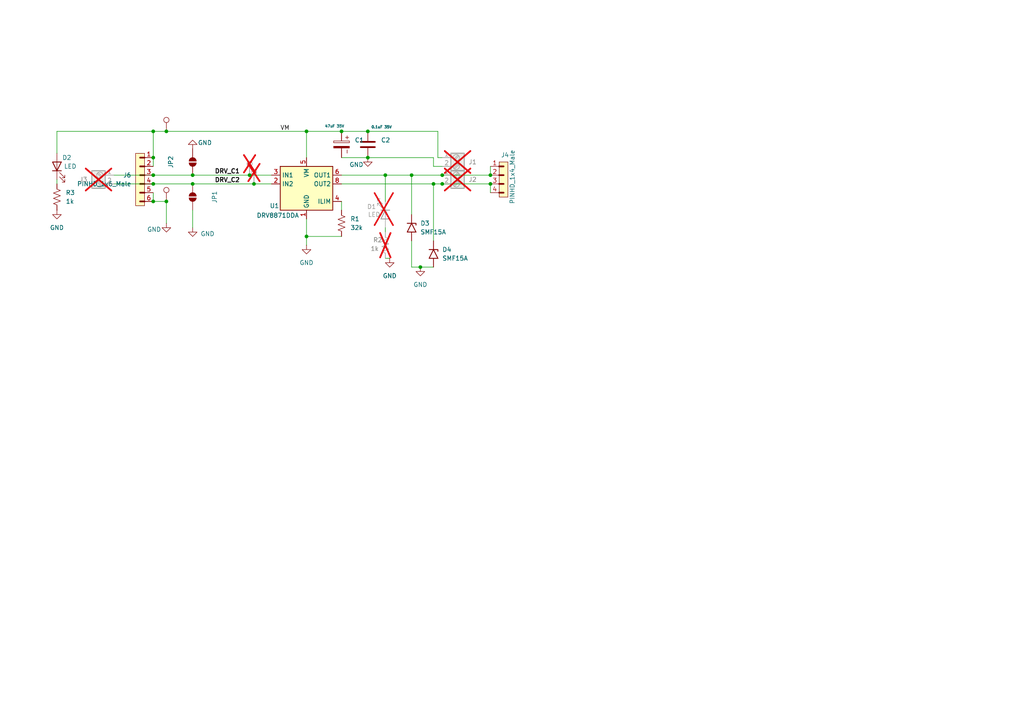
<source format=kicad_sch>
(kicad_sch
	(version 20231120)
	(generator "eeschema")
	(generator_version "8.0")
	(uuid "14c761dc-0a7d-40db-8bcc-02974c40b8fa")
	(paper "A4")
	(lib_symbols
		(symbol "Connector:TestPoint"
			(pin_numbers hide)
			(pin_names
				(offset 0.762) hide)
			(exclude_from_sim no)
			(in_bom yes)
			(on_board yes)
			(property "Reference" "TP"
				(at 0 6.858 0)
				(effects
					(font
						(size 1.27 1.27)
					)
				)
			)
			(property "Value" "TestPoint"
				(at 0 5.08 0)
				(effects
					(font
						(size 1.27 1.27)
					)
				)
			)
			(property "Footprint" ""
				(at 5.08 0 0)
				(effects
					(font
						(size 1.27 1.27)
					)
					(hide yes)
				)
			)
			(property "Datasheet" "~"
				(at 5.08 0 0)
				(effects
					(font
						(size 1.27 1.27)
					)
					(hide yes)
				)
			)
			(property "Description" "test point"
				(at 0 0 0)
				(effects
					(font
						(size 1.27 1.27)
					)
					(hide yes)
				)
			)
			(property "ki_keywords" "test point tp"
				(at 0 0 0)
				(effects
					(font
						(size 1.27 1.27)
					)
					(hide yes)
				)
			)
			(property "ki_fp_filters" "Pin* Test*"
				(at 0 0 0)
				(effects
					(font
						(size 1.27 1.27)
					)
					(hide yes)
				)
			)
			(symbol "TestPoint_0_1"
				(circle
					(center 0 3.302)
					(radius 0.762)
					(stroke
						(width 0)
						(type default)
					)
					(fill
						(type none)
					)
				)
			)
			(symbol "TestPoint_1_1"
				(pin passive line
					(at 0 0 90)
					(length 2.54)
					(name "1"
						(effects
							(font
								(size 1.27 1.27)
							)
						)
					)
					(number "1"
						(effects
							(font
								(size 1.27 1.27)
							)
						)
					)
				)
			)
		)
		(symbol "Device:C"
			(pin_numbers hide)
			(pin_names
				(offset 0.254)
			)
			(exclude_from_sim no)
			(in_bom yes)
			(on_board yes)
			(property "Reference" "C"
				(at 0.635 2.54 0)
				(effects
					(font
						(size 1.27 1.27)
					)
					(justify left)
				)
			)
			(property "Value" "C"
				(at 0.635 -2.54 0)
				(effects
					(font
						(size 1.27 1.27)
					)
					(justify left)
				)
			)
			(property "Footprint" ""
				(at 0.9652 -3.81 0)
				(effects
					(font
						(size 1.27 1.27)
					)
					(hide yes)
				)
			)
			(property "Datasheet" "~"
				(at 0 0 0)
				(effects
					(font
						(size 1.27 1.27)
					)
					(hide yes)
				)
			)
			(property "Description" "Unpolarized capacitor"
				(at 0 0 0)
				(effects
					(font
						(size 1.27 1.27)
					)
					(hide yes)
				)
			)
			(property "ki_keywords" "cap capacitor"
				(at 0 0 0)
				(effects
					(font
						(size 1.27 1.27)
					)
					(hide yes)
				)
			)
			(property "ki_fp_filters" "C_*"
				(at 0 0 0)
				(effects
					(font
						(size 1.27 1.27)
					)
					(hide yes)
				)
			)
			(symbol "C_0_1"
				(polyline
					(pts
						(xy -2.032 -0.762) (xy 2.032 -0.762)
					)
					(stroke
						(width 0.508)
						(type default)
					)
					(fill
						(type none)
					)
				)
				(polyline
					(pts
						(xy -2.032 0.762) (xy 2.032 0.762)
					)
					(stroke
						(width 0.508)
						(type default)
					)
					(fill
						(type none)
					)
				)
			)
			(symbol "C_1_1"
				(pin passive line
					(at 0 3.81 270)
					(length 2.794)
					(name "~"
						(effects
							(font
								(size 1.27 1.27)
							)
						)
					)
					(number "1"
						(effects
							(font
								(size 1.27 1.27)
							)
						)
					)
				)
				(pin passive line
					(at 0 -3.81 90)
					(length 2.794)
					(name "~"
						(effects
							(font
								(size 1.27 1.27)
							)
						)
					)
					(number "2"
						(effects
							(font
								(size 1.27 1.27)
							)
						)
					)
				)
			)
		)
		(symbol "Device:R_US"
			(pin_numbers hide)
			(pin_names
				(offset 0)
			)
			(exclude_from_sim no)
			(in_bom yes)
			(on_board yes)
			(property "Reference" "R"
				(at 2.54 0 90)
				(effects
					(font
						(size 1.27 1.27)
					)
				)
			)
			(property "Value" "R_US"
				(at -2.54 0 90)
				(effects
					(font
						(size 1.27 1.27)
					)
				)
			)
			(property "Footprint" ""
				(at 1.016 -0.254 90)
				(effects
					(font
						(size 1.27 1.27)
					)
					(hide yes)
				)
			)
			(property "Datasheet" "~"
				(at 0 0 0)
				(effects
					(font
						(size 1.27 1.27)
					)
					(hide yes)
				)
			)
			(property "Description" "Resistor, US symbol"
				(at 0 0 0)
				(effects
					(font
						(size 1.27 1.27)
					)
					(hide yes)
				)
			)
			(property "ki_keywords" "R res resistor"
				(at 0 0 0)
				(effects
					(font
						(size 1.27 1.27)
					)
					(hide yes)
				)
			)
			(property "ki_fp_filters" "R_*"
				(at 0 0 0)
				(effects
					(font
						(size 1.27 1.27)
					)
					(hide yes)
				)
			)
			(symbol "R_US_0_1"
				(polyline
					(pts
						(xy 0 -2.286) (xy 0 -2.54)
					)
					(stroke
						(width 0)
						(type default)
					)
					(fill
						(type none)
					)
				)
				(polyline
					(pts
						(xy 0 2.286) (xy 0 2.54)
					)
					(stroke
						(width 0)
						(type default)
					)
					(fill
						(type none)
					)
				)
				(polyline
					(pts
						(xy 0 -0.762) (xy 1.016 -1.143) (xy 0 -1.524) (xy -1.016 -1.905) (xy 0 -2.286)
					)
					(stroke
						(width 0)
						(type default)
					)
					(fill
						(type none)
					)
				)
				(polyline
					(pts
						(xy 0 0.762) (xy 1.016 0.381) (xy 0 0) (xy -1.016 -0.381) (xy 0 -0.762)
					)
					(stroke
						(width 0)
						(type default)
					)
					(fill
						(type none)
					)
				)
				(polyline
					(pts
						(xy 0 2.286) (xy 1.016 1.905) (xy 0 1.524) (xy -1.016 1.143) (xy 0 0.762)
					)
					(stroke
						(width 0)
						(type default)
					)
					(fill
						(type none)
					)
				)
			)
			(symbol "R_US_1_1"
				(pin passive line
					(at 0 3.81 270)
					(length 1.27)
					(name "~"
						(effects
							(font
								(size 1.27 1.27)
							)
						)
					)
					(number "1"
						(effects
							(font
								(size 1.27 1.27)
							)
						)
					)
				)
				(pin passive line
					(at 0 -3.81 90)
					(length 1.27)
					(name "~"
						(effects
							(font
								(size 1.27 1.27)
							)
						)
					)
					(number "2"
						(effects
							(font
								(size 1.27 1.27)
							)
						)
					)
				)
			)
		)
		(symbol "Diode:SMF15A"
			(pin_numbers hide)
			(pin_names
				(offset 1.016) hide)
			(exclude_from_sim no)
			(in_bom yes)
			(on_board yes)
			(property "Reference" "D"
				(at 0 2.54 0)
				(effects
					(font
						(size 1.27 1.27)
					)
				)
			)
			(property "Value" "SMF15A"
				(at 0 -2.54 0)
				(effects
					(font
						(size 1.27 1.27)
					)
				)
			)
			(property "Footprint" "Diode_SMD:D_SMF"
				(at 0 -5.08 0)
				(effects
					(font
						(size 1.27 1.27)
					)
					(hide yes)
				)
			)
			(property "Datasheet" "https://www.vishay.com/doc?85881"
				(at -1.27 0 0)
				(effects
					(font
						(size 1.27 1.27)
					)
					(hide yes)
				)
			)
			(property "Description" "200W unidirectional Transil Transient Voltage Suppressor, 15Vrwm, SMF"
				(at 0 0 0)
				(effects
					(font
						(size 1.27 1.27)
					)
					(hide yes)
				)
			)
			(property "ki_keywords" "diode TVS voltage suppressor"
				(at 0 0 0)
				(effects
					(font
						(size 1.27 1.27)
					)
					(hide yes)
				)
			)
			(property "ki_fp_filters" "D*SMF*"
				(at 0 0 0)
				(effects
					(font
						(size 1.27 1.27)
					)
					(hide yes)
				)
			)
			(symbol "SMF15A_0_1"
				(polyline
					(pts
						(xy -0.762 1.27) (xy -1.27 1.27) (xy -1.27 -1.27)
					)
					(stroke
						(width 0.254)
						(type default)
					)
					(fill
						(type none)
					)
				)
				(polyline
					(pts
						(xy 1.27 1.27) (xy 1.27 -1.27) (xy -1.27 0) (xy 1.27 1.27)
					)
					(stroke
						(width 0.254)
						(type default)
					)
					(fill
						(type none)
					)
				)
			)
			(symbol "SMF15A_1_1"
				(pin passive line
					(at -3.81 0 0)
					(length 2.54)
					(name "A1"
						(effects
							(font
								(size 1.27 1.27)
							)
						)
					)
					(number "1"
						(effects
							(font
								(size 1.27 1.27)
							)
						)
					)
				)
				(pin passive line
					(at 3.81 0 180)
					(length 2.54)
					(name "A2"
						(effects
							(font
								(size 1.27 1.27)
							)
						)
					)
					(number "2"
						(effects
							(font
								(size 1.27 1.27)
							)
						)
					)
				)
			)
		)
		(symbol "Driver_Motor:DRV8871DDA"
			(exclude_from_sim no)
			(in_bom yes)
			(on_board yes)
			(property "Reference" "U"
				(at -6.35 6.35 0)
				(effects
					(font
						(size 1.27 1.27)
					)
				)
			)
			(property "Value" "DRV8871DDA"
				(at 8.89 6.35 0)
				(effects
					(font
						(size 1.27 1.27)
					)
				)
			)
			(property "Footprint" "Package_SO:Texas_HTSOP-8-1EP_3.9x4.9mm_P1.27mm_EP2.95x4.9mm_Mask2.4x3.1mm_ThermalVias"
				(at 6.35 -1.27 0)
				(effects
					(font
						(size 1.27 1.27)
					)
					(hide yes)
				)
			)
			(property "Datasheet" "http://www.ti.com/lit/ds/symlink/drv8871.pdf"
				(at 6.35 -1.27 0)
				(effects
					(font
						(size 1.27 1.27)
					)
					(hide yes)
				)
			)
			(property "Description" "Brushed DC Motor Driver, PWM Control, 45V, 3.6A, Current limiting, HTSOP-8"
				(at 0 0 0)
				(effects
					(font
						(size 1.27 1.27)
					)
					(hide yes)
				)
			)
			(property "ki_keywords" "H-bridge driver motor current limit"
				(at 0 0 0)
				(effects
					(font
						(size 1.27 1.27)
					)
					(hide yes)
				)
			)
			(property "ki_fp_filters" "Texas*HTSOP*1EP*3.9x4.9mm*P1.27mm*EP2.95x4.9mm*Mask2.4x3.1mm*"
				(at 0 0 0)
				(effects
					(font
						(size 1.27 1.27)
					)
					(hide yes)
				)
			)
			(symbol "DRV8871DDA_0_1"
				(rectangle
					(start -7.62 5.08)
					(end 7.62 -7.62)
					(stroke
						(width 0.254)
						(type default)
					)
					(fill
						(type background)
					)
				)
			)
			(symbol "DRV8871DDA_1_1"
				(pin power_in line
					(at 0 -10.16 90)
					(length 2.54)
					(name "GND"
						(effects
							(font
								(size 1.27 1.27)
							)
						)
					)
					(number "1"
						(effects
							(font
								(size 1.27 1.27)
							)
						)
					)
				)
				(pin input line
					(at -10.16 0 0)
					(length 2.54)
					(name "IN2"
						(effects
							(font
								(size 1.27 1.27)
							)
						)
					)
					(number "2"
						(effects
							(font
								(size 1.27 1.27)
							)
						)
					)
				)
				(pin input line
					(at -10.16 2.54 0)
					(length 2.54)
					(name "IN1"
						(effects
							(font
								(size 1.27 1.27)
							)
						)
					)
					(number "3"
						(effects
							(font
								(size 1.27 1.27)
							)
						)
					)
				)
				(pin passive line
					(at 10.16 -5.08 180)
					(length 2.54)
					(name "ILIM"
						(effects
							(font
								(size 1.27 1.27)
							)
						)
					)
					(number "4"
						(effects
							(font
								(size 1.27 1.27)
							)
						)
					)
				)
				(pin power_in line
					(at 0 7.62 270)
					(length 2.54)
					(name "VM"
						(effects
							(font
								(size 1.27 1.27)
							)
						)
					)
					(number "5"
						(effects
							(font
								(size 1.27 1.27)
							)
						)
					)
				)
				(pin output line
					(at 10.16 2.54 180)
					(length 2.54)
					(name "OUT1"
						(effects
							(font
								(size 1.27 1.27)
							)
						)
					)
					(number "6"
						(effects
							(font
								(size 1.27 1.27)
							)
						)
					)
				)
				(pin passive line
					(at 0 -10.16 90)
					(length 2.54) hide
					(name "GND"
						(effects
							(font
								(size 1.27 1.27)
							)
						)
					)
					(number "7"
						(effects
							(font
								(size 1.27 1.27)
							)
						)
					)
				)
				(pin output line
					(at 10.16 0 180)
					(length 2.54)
					(name "OUT2"
						(effects
							(font
								(size 1.27 1.27)
							)
						)
					)
					(number "8"
						(effects
							(font
								(size 1.27 1.27)
							)
						)
					)
				)
				(pin passive line
					(at 0 -10.16 90)
					(length 2.54) hide
					(name "GND"
						(effects
							(font
								(size 1.27 1.27)
							)
						)
					)
					(number "9"
						(effects
							(font
								(size 1.27 1.27)
							)
						)
					)
				)
			)
		)
		(symbol "Jumper:SolderJumper_2_Open"
			(pin_numbers hide)
			(pin_names
				(offset 0) hide)
			(exclude_from_sim yes)
			(in_bom no)
			(on_board yes)
			(property "Reference" "JP"
				(at 0 2.032 0)
				(effects
					(font
						(size 1.27 1.27)
					)
				)
			)
			(property "Value" "SolderJumper_2_Open"
				(at 0 -2.54 0)
				(effects
					(font
						(size 1.27 1.27)
					)
				)
			)
			(property "Footprint" ""
				(at 0 0 0)
				(effects
					(font
						(size 1.27 1.27)
					)
					(hide yes)
				)
			)
			(property "Datasheet" "~"
				(at 0 0 0)
				(effects
					(font
						(size 1.27 1.27)
					)
					(hide yes)
				)
			)
			(property "Description" "Solder Jumper, 2-pole, open"
				(at 0 0 0)
				(effects
					(font
						(size 1.27 1.27)
					)
					(hide yes)
				)
			)
			(property "ki_keywords" "solder jumper SPST"
				(at 0 0 0)
				(effects
					(font
						(size 1.27 1.27)
					)
					(hide yes)
				)
			)
			(property "ki_fp_filters" "SolderJumper*Open*"
				(at 0 0 0)
				(effects
					(font
						(size 1.27 1.27)
					)
					(hide yes)
				)
			)
			(symbol "SolderJumper_2_Open_0_1"
				(arc
					(start -0.254 1.016)
					(mid -1.2656 0)
					(end -0.254 -1.016)
					(stroke
						(width 0)
						(type default)
					)
					(fill
						(type none)
					)
				)
				(arc
					(start -0.254 1.016)
					(mid -1.2656 0)
					(end -0.254 -1.016)
					(stroke
						(width 0)
						(type default)
					)
					(fill
						(type outline)
					)
				)
				(polyline
					(pts
						(xy -0.254 1.016) (xy -0.254 -1.016)
					)
					(stroke
						(width 0)
						(type default)
					)
					(fill
						(type none)
					)
				)
				(polyline
					(pts
						(xy 0.254 1.016) (xy 0.254 -1.016)
					)
					(stroke
						(width 0)
						(type default)
					)
					(fill
						(type none)
					)
				)
				(arc
					(start 0.254 -1.016)
					(mid 1.2656 0)
					(end 0.254 1.016)
					(stroke
						(width 0)
						(type default)
					)
					(fill
						(type none)
					)
				)
				(arc
					(start 0.254 -1.016)
					(mid 1.2656 0)
					(end 0.254 1.016)
					(stroke
						(width 0)
						(type default)
					)
					(fill
						(type outline)
					)
				)
			)
			(symbol "SolderJumper_2_Open_1_1"
				(pin passive line
					(at -3.81 0 0)
					(length 2.54)
					(name "A"
						(effects
							(font
								(size 1.27 1.27)
							)
						)
					)
					(number "1"
						(effects
							(font
								(size 1.27 1.27)
							)
						)
					)
				)
				(pin passive line
					(at 3.81 0 180)
					(length 2.54)
					(name "B"
						(effects
							(font
								(size 1.27 1.27)
							)
						)
					)
					(number "2"
						(effects
							(font
								(size 1.27 1.27)
							)
						)
					)
				)
			)
		)
		(symbol "LED:IR26-21C_L110_TR8"
			(pin_numbers hide)
			(pin_names
				(offset 1.016) hide)
			(exclude_from_sim no)
			(in_bom yes)
			(on_board yes)
			(property "Reference" "D"
				(at 0 2.54 0)
				(effects
					(font
						(size 1.27 1.27)
					)
				)
			)
			(property "Value" "IR26-21C_L110_TR8"
				(at 0 -3.81 0)
				(effects
					(font
						(size 1.27 1.27)
					)
				)
			)
			(property "Footprint" "LED_SMD:LED_1206_3216Metric"
				(at 0 5.08 0)
				(effects
					(font
						(size 1.27 1.27)
					)
					(hide yes)
				)
			)
			(property "Datasheet" "http://www.everlight.com/file/ProductFile/IR26-21C-L110-TR8.pdf"
				(at 0 0 0)
				(effects
					(font
						(size 1.27 1.27)
					)
					(hide yes)
				)
			)
			(property "Description" "940nm, 20 deg, Infrared LED, 1206"
				(at 0 0 0)
				(effects
					(font
						(size 1.27 1.27)
					)
					(hide yes)
				)
			)
			(property "ki_keywords" "IR LED"
				(at 0 0 0)
				(effects
					(font
						(size 1.27 1.27)
					)
					(hide yes)
				)
			)
			(property "ki_fp_filters" "LED*1206*3216Metric*"
				(at 0 0 0)
				(effects
					(font
						(size 1.27 1.27)
					)
					(hide yes)
				)
			)
			(symbol "IR26-21C_L110_TR8_0_1"
				(polyline
					(pts
						(xy -1.27 -1.27) (xy -1.27 1.27)
					)
					(stroke
						(width 0.254)
						(type default)
					)
					(fill
						(type none)
					)
				)
				(polyline
					(pts
						(xy -1.27 0) (xy 1.27 0)
					)
					(stroke
						(width 0)
						(type default)
					)
					(fill
						(type none)
					)
				)
				(polyline
					(pts
						(xy 1.27 -1.27) (xy 1.27 1.27) (xy -1.27 0) (xy 1.27 -1.27)
					)
					(stroke
						(width 0.254)
						(type default)
					)
					(fill
						(type none)
					)
				)
				(polyline
					(pts
						(xy -3.048 -0.762) (xy -4.572 -2.286) (xy -3.81 -2.286) (xy -4.572 -2.286) (xy -4.572 -1.524)
					)
					(stroke
						(width 0)
						(type default)
					)
					(fill
						(type none)
					)
				)
				(polyline
					(pts
						(xy -1.778 -0.762) (xy -3.302 -2.286) (xy -2.54 -2.286) (xy -3.302 -2.286) (xy -3.302 -1.524)
					)
					(stroke
						(width 0)
						(type default)
					)
					(fill
						(type none)
					)
				)
			)
			(symbol "IR26-21C_L110_TR8_1_1"
				(pin passive line
					(at -3.81 0 0)
					(length 2.54)
					(name "K"
						(effects
							(font
								(size 1.27 1.27)
							)
						)
					)
					(number "1"
						(effects
							(font
								(size 1.27 1.27)
							)
						)
					)
				)
				(pin passive line
					(at 3.81 0 180)
					(length 2.54)
					(name "A"
						(effects
							(font
								(size 1.27 1.27)
							)
						)
					)
					(number "2"
						(effects
							(font
								(size 1.27 1.27)
							)
						)
					)
				)
			)
		)
		(symbol "PCM_SL_Devices:Capacitor_PO"
			(exclude_from_sim no)
			(in_bom yes)
			(on_board yes)
			(property "Reference" "C"
				(at 0 7.62 0)
				(effects
					(font
						(size 1.27 1.27)
					)
				)
			)
			(property "Value" "Capacitor_PO"
				(at 0 5.08 0)
				(effects
					(font
						(size 1.27 1.27)
					)
				)
			)
			(property "Footprint" "Capacitor_THT:CP_Radial_D5.0mm_P2.50mm"
				(at 0.762 -3.81 0)
				(effects
					(font
						(size 1.27 1.27)
					)
					(hide yes)
				)
			)
			(property "Datasheet" ""
				(at 0.508 0 0)
				(effects
					(font
						(size 1.27 1.27)
					)
					(hide yes)
				)
			)
			(property "Description" "Polarized Capacitor"
				(at 0 0 0)
				(effects
					(font
						(size 1.27 1.27)
					)
					(hide yes)
				)
			)
			(property "ki_keywords" "Capacitor"
				(at 0 0 0)
				(effects
					(font
						(size 1.27 1.27)
					)
					(hide yes)
				)
			)
			(property "ki_fp_filters" "Capacitor_THT:CP_Radial_D5.0mm_* Capacitor_THT:CP_Radial_D4.0mm_* Capacitor_THT:CP_Radial_D6.3mm_* Capacitor_THT:CP_Radial_D7.5mm_* Capacitor_THT:CP_Radial_D8.0mm_* Capacitor_THT:CP_Radial_D10.0mm_* Capacitor_THT:CP_Radial_D14.0mm_* Capacitor_THT:CP_Radial_D16.0mm_* Capacitor_THT:CP_Radial_D18.0mm_*"
				(at 0 0 0)
				(effects
					(font
						(size 1.27 1.27)
					)
					(hide yes)
				)
			)
			(symbol "Capacitor_PO_0_0"
				(text "+"
					(at -2.032 1.524 0)
					(effects
						(font
							(size 1.27 1.27)
						)
					)
				)
				(text "-"
					(at 2.032 1.524 0)
					(effects
						(font
							(size 1.27 1.27)
						)
					)
				)
			)
			(symbol "Capacitor_PO_0_1"
				(rectangle
					(start -1.016 -2.286)
					(end -0.508 2.286)
					(stroke
						(width 0)
						(type default)
					)
					(fill
						(type none)
					)
				)
				(rectangle
					(start 0.508 -2.286)
					(end 1.016 2.286)
					(stroke
						(width 0)
						(type default)
					)
					(fill
						(type outline)
					)
				)
			)
			(symbol "Capacitor_PO_1_1"
				(pin passive line
					(at -3.81 0 0)
					(length 2.7)
					(name "~"
						(effects
							(font
								(size 0 0)
							)
						)
					)
					(number "1"
						(effects
							(font
								(size 0 0)
							)
						)
					)
				)
				(pin input line
					(at 3.81 0 180)
					(length 2.7)
					(name "~"
						(effects
							(font
								(size 0 0)
							)
						)
					)
					(number "2"
						(effects
							(font
								(size 0 0)
							)
						)
					)
				)
			)
		)
		(symbol "PCM_SL_Pin_Headers:PINHD_1x4_Male"
			(exclude_from_sim no)
			(in_bom yes)
			(on_board yes)
			(property "Reference" "J"
				(at 0 8.89 0)
				(effects
					(font
						(size 1.27 1.27)
					)
				)
			)
			(property "Value" "PINHD_1x4_Male"
				(at 0 6.35 0)
				(effects
					(font
						(size 1.27 1.27)
					)
				)
			)
			(property "Footprint" "Connector_PinHeader_2.54mm:PinHeader_1x04_P2.54mm_Vertical"
				(at -1.27 11.43 0)
				(effects
					(font
						(size 1.27 1.27)
					)
					(hide yes)
				)
			)
			(property "Datasheet" ""
				(at 0 10.16 0)
				(effects
					(font
						(size 1.27 1.27)
					)
					(hide yes)
				)
			)
			(property "Description" "Pin Header male with pin space 2.54mm. Pin Count -4"
				(at 0 0 0)
				(effects
					(font
						(size 1.27 1.27)
					)
					(hide yes)
				)
			)
			(property "ki_keywords" "Pin Header"
				(at 0 0 0)
				(effects
					(font
						(size 1.27 1.27)
					)
					(hide yes)
				)
			)
			(property "ki_fp_filters" "PinHeader_1x04_P2.54mm*"
				(at 0 0 0)
				(effects
					(font
						(size 1.27 1.27)
					)
					(hide yes)
				)
			)
			(symbol "PINHD_1x4_Male_0_1"
				(rectangle
					(start -1.27 5.08)
					(end 1.27 -5.08)
					(stroke
						(width 0)
						(type default)
					)
					(fill
						(type background)
					)
				)
				(polyline
					(pts
						(xy -1.27 -3.81) (xy 0 -3.81)
					)
					(stroke
						(width 0.3)
						(type default)
					)
					(fill
						(type none)
					)
				)
				(polyline
					(pts
						(xy -1.27 -3.81) (xy 0 -3.81)
					)
					(stroke
						(width 0.5)
						(type default)
					)
					(fill
						(type none)
					)
				)
				(polyline
					(pts
						(xy -1.27 -1.27) (xy 0 -1.27)
					)
					(stroke
						(width 0.3)
						(type default)
					)
					(fill
						(type none)
					)
				)
				(polyline
					(pts
						(xy -1.27 -1.27) (xy 0 -1.27)
					)
					(stroke
						(width 0.5)
						(type default)
					)
					(fill
						(type none)
					)
				)
				(polyline
					(pts
						(xy -1.27 1.27) (xy 0 1.27)
					)
					(stroke
						(width 0.3)
						(type default)
					)
					(fill
						(type none)
					)
				)
				(polyline
					(pts
						(xy -1.27 1.27) (xy 0 1.27)
					)
					(stroke
						(width 0.5)
						(type default)
					)
					(fill
						(type none)
					)
				)
				(polyline
					(pts
						(xy -1.27 3.81) (xy 0 3.81)
					)
					(stroke
						(width 0.3)
						(type default)
					)
					(fill
						(type none)
					)
				)
				(polyline
					(pts
						(xy -1.27 3.81) (xy 0 3.81)
					)
					(stroke
						(width 0.5)
						(type default)
					)
					(fill
						(type none)
					)
				)
			)
			(symbol "PINHD_1x4_Male_1_1"
				(pin passive line
					(at -3.81 3.81 0)
					(length 2.54)
					(name ""
						(effects
							(font
								(size 1.27 1.27)
							)
						)
					)
					(number "1"
						(effects
							(font
								(size 1.27 1.27)
							)
						)
					)
				)
				(pin passive line
					(at -3.81 1.27 0)
					(length 2.54)
					(name ""
						(effects
							(font
								(size 1.27 1.27)
							)
						)
					)
					(number "2"
						(effects
							(font
								(size 1.27 1.27)
							)
						)
					)
				)
				(pin passive line
					(at -3.81 -1.27 0)
					(length 2.54)
					(name ""
						(effects
							(font
								(size 1.27 1.27)
							)
						)
					)
					(number "3"
						(effects
							(font
								(size 1.27 1.27)
							)
						)
					)
				)
				(pin passive line
					(at -3.81 -3.81 0)
					(length 2.54)
					(name ""
						(effects
							(font
								(size 1.27 1.27)
							)
						)
					)
					(number "4"
						(effects
							(font
								(size 1.27 1.27)
							)
						)
					)
				)
			)
		)
		(symbol "PCM_SL_Pin_Headers:PINHD_1x6_Male"
			(exclude_from_sim no)
			(in_bom yes)
			(on_board yes)
			(property "Reference" "J"
				(at 0 11.43 0)
				(effects
					(font
						(size 1.27 1.27)
					)
				)
			)
			(property "Value" "PINHD_1x6_Male"
				(at 0 8.89 0)
				(effects
					(font
						(size 1.27 1.27)
					)
				)
			)
			(property "Footprint" "Connector_PinHeader_2.54mm:PinHeader_1x06_P2.54mm_Vertical"
				(at -1.27 13.97 0)
				(effects
					(font
						(size 1.27 1.27)
					)
					(hide yes)
				)
			)
			(property "Datasheet" ""
				(at 0 12.7 0)
				(effects
					(font
						(size 1.27 1.27)
					)
					(hide yes)
				)
			)
			(property "Description" "Pin Header male with pin space 2.54mm. Pin Count -6"
				(at 0 0 0)
				(effects
					(font
						(size 1.27 1.27)
					)
					(hide yes)
				)
			)
			(property "ki_keywords" "Pin Header"
				(at 0 0 0)
				(effects
					(font
						(size 1.27 1.27)
					)
					(hide yes)
				)
			)
			(property "ki_fp_filters" "PinHeader_1x06_P2.54mm*"
				(at 0 0 0)
				(effects
					(font
						(size 1.27 1.27)
					)
					(hide yes)
				)
			)
			(symbol "PINHD_1x6_Male_0_1"
				(rectangle
					(start -1.27 7.62)
					(end 1.27 -7.62)
					(stroke
						(width 0)
						(type default)
					)
					(fill
						(type background)
					)
				)
				(polyline
					(pts
						(xy -1.27 -6.35) (xy 0 -6.35)
					)
					(stroke
						(width 0.3)
						(type default)
					)
					(fill
						(type none)
					)
				)
				(polyline
					(pts
						(xy -1.27 -6.35) (xy 0 -6.35)
					)
					(stroke
						(width 0.5)
						(type default)
					)
					(fill
						(type none)
					)
				)
				(polyline
					(pts
						(xy -1.27 -3.81) (xy 0 -3.81)
					)
					(stroke
						(width 0.3)
						(type default)
					)
					(fill
						(type none)
					)
				)
				(polyline
					(pts
						(xy -1.27 -3.81) (xy 0 -3.81)
					)
					(stroke
						(width 0.5)
						(type default)
					)
					(fill
						(type none)
					)
				)
				(polyline
					(pts
						(xy -1.27 -1.27) (xy 0 -1.27)
					)
					(stroke
						(width 0.3)
						(type default)
					)
					(fill
						(type none)
					)
				)
				(polyline
					(pts
						(xy -1.27 -1.27) (xy 0 -1.27)
					)
					(stroke
						(width 0.5)
						(type default)
					)
					(fill
						(type none)
					)
				)
				(polyline
					(pts
						(xy -1.27 1.27) (xy 0 1.27)
					)
					(stroke
						(width 0.3)
						(type default)
					)
					(fill
						(type none)
					)
				)
				(polyline
					(pts
						(xy -1.27 1.27) (xy 0 1.27)
					)
					(stroke
						(width 0.5)
						(type default)
					)
					(fill
						(type none)
					)
				)
				(polyline
					(pts
						(xy -1.27 3.81) (xy 0 3.81)
					)
					(stroke
						(width 0.3)
						(type default)
					)
					(fill
						(type none)
					)
				)
				(polyline
					(pts
						(xy -1.27 3.81) (xy 0 3.81)
					)
					(stroke
						(width 0.5)
						(type default)
					)
					(fill
						(type none)
					)
				)
				(polyline
					(pts
						(xy -1.27 6.35) (xy 0 6.35)
					)
					(stroke
						(width 0.3)
						(type default)
					)
					(fill
						(type none)
					)
				)
				(polyline
					(pts
						(xy -1.27 6.35) (xy 0 6.35)
					)
					(stroke
						(width 0.5)
						(type default)
					)
					(fill
						(type none)
					)
				)
			)
			(symbol "PINHD_1x6_Male_1_1"
				(pin passive line
					(at -3.81 6.35 0)
					(length 2.54)
					(name ""
						(effects
							(font
								(size 1.27 1.27)
							)
						)
					)
					(number "1"
						(effects
							(font
								(size 1.27 1.27)
							)
						)
					)
				)
				(pin passive line
					(at -3.81 3.81 0)
					(length 2.54)
					(name ""
						(effects
							(font
								(size 1.27 1.27)
							)
						)
					)
					(number "2"
						(effects
							(font
								(size 1.27 1.27)
							)
						)
					)
				)
				(pin passive line
					(at -3.81 1.27 0)
					(length 2.54)
					(name ""
						(effects
							(font
								(size 1.27 1.27)
							)
						)
					)
					(number "3"
						(effects
							(font
								(size 1.27 1.27)
							)
						)
					)
				)
				(pin passive line
					(at -3.81 -1.27 0)
					(length 2.54)
					(name ""
						(effects
							(font
								(size 1.27 1.27)
							)
						)
					)
					(number "4"
						(effects
							(font
								(size 1.27 1.27)
							)
						)
					)
				)
				(pin passive line
					(at -3.81 -3.81 0)
					(length 2.54)
					(name ""
						(effects
							(font
								(size 1.27 1.27)
							)
						)
					)
					(number "5"
						(effects
							(font
								(size 1.27 1.27)
							)
						)
					)
				)
				(pin passive line
					(at -3.81 -6.35 0)
					(length 2.54)
					(name ""
						(effects
							(font
								(size 1.27 1.27)
							)
						)
					)
					(number "6"
						(effects
							(font
								(size 1.27 1.27)
							)
						)
					)
				)
			)
		)
		(symbol "PCM_SL_Screw_Terminal:Screw_Terminal_2_P3.50mm"
			(exclude_from_sim no)
			(in_bom yes)
			(on_board yes)
			(property "Reference" "J"
				(at 0 3.81 0)
				(effects
					(font
						(size 1.27 1.27)
					)
				)
			)
			(property "Value" "Screw_Terminal_2_P3.50mm"
				(at 0 -3.81 0)
				(effects
					(font
						(size 1.27 1.27)
					)
				)
			)
			(property "Footprint" "TerminalBlock_Phoenix:TerminalBlock_Phoenix_PT-1,5-2-3.5-H_1x02_P3.50mm_Horizontal"
				(at 1.27 -6.35 0)
				(effects
					(font
						(size 1.27 1.27)
					)
					(hide yes)
				)
			)
			(property "Datasheet" ""
				(at 0 0 0)
				(effects
					(font
						(size 1.27 1.27)
					)
					(hide yes)
				)
			)
			(property "Description" ""
				(at 0 0 0)
				(effects
					(font
						(size 1.27 1.27)
					)
					(hide yes)
				)
			)
			(property "ki_keywords" "Screw Terminal"
				(at 0 0 0)
				(effects
					(font
						(size 1.27 1.27)
					)
					(hide yes)
				)
			)
			(symbol "Screw_Terminal_2_P3.50mm_0_1"
				(rectangle
					(start -1.27 2.54)
					(end 2.54 -2.54)
					(stroke
						(width 0.3)
						(type default)
					)
					(fill
						(type background)
					)
				)
				(polyline
					(pts
						(xy -0.254 -2.032) (xy 1.016 -0.762)
					)
					(stroke
						(width 0)
						(type default)
					)
					(fill
						(type none)
					)
				)
				(polyline
					(pts
						(xy -0.254 0.508) (xy 1.016 1.778)
					)
					(stroke
						(width 0)
						(type default)
					)
					(fill
						(type none)
					)
				)
				(polyline
					(pts
						(xy 0 -1.27) (xy -0.508 -1.778) (xy 0.762 -0.508)
					)
					(stroke
						(width 0)
						(type default)
					)
					(fill
						(type none)
					)
				)
				(polyline
					(pts
						(xy 0 1.27) (xy -0.508 0.762) (xy 0.762 2.032)
					)
					(stroke
						(width 0)
						(type default)
					)
					(fill
						(type none)
					)
				)
				(circle
					(center 0.254 -1.27)
					(radius 0.9158)
					(stroke
						(width 0)
						(type default)
					)
					(fill
						(type none)
					)
				)
				(circle
					(center 0.254 1.27)
					(radius 0.9158)
					(stroke
						(width 0)
						(type default)
					)
					(fill
						(type none)
					)
				)
			)
			(symbol "Screw_Terminal_2_P3.50mm_1_1"
				(pin passive line
					(at -3.81 1.27 0)
					(length 2.54)
					(name ""
						(effects
							(font
								(size 1.27 1.27)
							)
						)
					)
					(number "1"
						(effects
							(font
								(size 1.27 1.27)
							)
						)
					)
				)
				(pin passive line
					(at -3.81 -1.27 0)
					(length 2.54)
					(name ""
						(effects
							(font
								(size 1.27 1.27)
							)
						)
					)
					(number "2"
						(effects
							(font
								(size 1.27 1.27)
							)
						)
					)
				)
			)
		)
		(symbol "power:GND"
			(power)
			(pin_numbers hide)
			(pin_names
				(offset 0) hide)
			(exclude_from_sim no)
			(in_bom yes)
			(on_board yes)
			(property "Reference" "#PWR"
				(at 0 -6.35 0)
				(effects
					(font
						(size 1.27 1.27)
					)
					(hide yes)
				)
			)
			(property "Value" "GND"
				(at 0 -3.81 0)
				(effects
					(font
						(size 1.27 1.27)
					)
				)
			)
			(property "Footprint" ""
				(at 0 0 0)
				(effects
					(font
						(size 1.27 1.27)
					)
					(hide yes)
				)
			)
			(property "Datasheet" ""
				(at 0 0 0)
				(effects
					(font
						(size 1.27 1.27)
					)
					(hide yes)
				)
			)
			(property "Description" "Power symbol creates a global label with name \"GND\" , ground"
				(at 0 0 0)
				(effects
					(font
						(size 1.27 1.27)
					)
					(hide yes)
				)
			)
			(property "ki_keywords" "global power"
				(at 0 0 0)
				(effects
					(font
						(size 1.27 1.27)
					)
					(hide yes)
				)
			)
			(symbol "GND_0_1"
				(polyline
					(pts
						(xy 0 0) (xy 0 -1.27) (xy 1.27 -1.27) (xy 0 -2.54) (xy -1.27 -1.27) (xy 0 -1.27)
					)
					(stroke
						(width 0)
						(type default)
					)
					(fill
						(type none)
					)
				)
			)
			(symbol "GND_1_1"
				(pin power_in line
					(at 0 0 270)
					(length 0)
					(name "~"
						(effects
							(font
								(size 1.27 1.27)
							)
						)
					)
					(number "1"
						(effects
							(font
								(size 1.27 1.27)
							)
						)
					)
				)
			)
		)
	)
	(junction
		(at 99.06 38.1)
		(diameter 0)
		(color 0 0 0 0)
		(uuid "2bba8955-e79f-43cc-b07b-6d716a72abc6")
	)
	(junction
		(at 44.45 38.1)
		(diameter 0)
		(color 0 0 0 0)
		(uuid "2db646d3-0cb5-4ed7-ba79-3f405676527c")
	)
	(junction
		(at 72.39 50.8)
		(diameter 0)
		(color 0 0 0 0)
		(uuid "44958c21-6194-4106-9f02-b766bbb01e43")
	)
	(junction
		(at 44.45 45.72)
		(diameter 0)
		(color 0 0 0 0)
		(uuid "4cf9fd9b-47e5-472c-97c9-a7056f730702")
	)
	(junction
		(at 44.45 53.34)
		(diameter 0)
		(color 0 0 0 0)
		(uuid "4df2d048-77d1-4623-8e82-87f5843c3aec")
	)
	(junction
		(at 106.68 38.1)
		(diameter 0)
		(color 0 0 0 0)
		(uuid "55b5b2b5-a0b2-4190-b9a2-b445f78a5ffe")
	)
	(junction
		(at 88.9 68.58)
		(diameter 0)
		(color 0 0 0 0)
		(uuid "6170e18a-92ac-4a24-b8a4-a0f281bf45ac")
	)
	(junction
		(at 44.45 58.42)
		(diameter 0)
		(color 0 0 0 0)
		(uuid "7439f403-f261-4b32-8566-dbabd536d499")
	)
	(junction
		(at 55.88 53.34)
		(diameter 0)
		(color 0 0 0 0)
		(uuid "76ae02f4-4d71-4db7-9153-cdea967474bc")
	)
	(junction
		(at 128.27 50.8)
		(diameter 0)
		(color 0 0 0 0)
		(uuid "783cd639-3c2f-486d-9f73-b2a11fa5ffeb")
	)
	(junction
		(at 121.92 77.47)
		(diameter 0)
		(color 0 0 0 0)
		(uuid "812bd8c5-08ac-4e89-99ab-24504e410f8d")
	)
	(junction
		(at 48.26 58.42)
		(diameter 0)
		(color 0 0 0 0)
		(uuid "910ed053-5e38-461c-8e3d-a6ee429ac086")
	)
	(junction
		(at 111.76 50.8)
		(diameter 0)
		(color 0 0 0 0)
		(uuid "9136400c-ce3d-4d7f-ac63-af38ca082423")
	)
	(junction
		(at 128.27 53.34)
		(diameter 0)
		(color 0 0 0 0)
		(uuid "a3833eeb-5977-425d-b55c-c3584cbbca56")
	)
	(junction
		(at 73.66 53.34)
		(diameter 0)
		(color 0 0 0 0)
		(uuid "a73bd945-b850-417a-8408-df7f800b8fb3")
	)
	(junction
		(at 106.68 45.72)
		(diameter 0)
		(color 0 0 0 0)
		(uuid "a76c9816-27a0-4a46-a7aa-f05c78d17293")
	)
	(junction
		(at 88.9 38.1)
		(diameter 0)
		(color 0 0 0 0)
		(uuid "b3cda13b-5348-4515-acf8-1188b2041c5e")
	)
	(junction
		(at 55.88 50.8)
		(diameter 0)
		(color 0 0 0 0)
		(uuid "cfece48a-0c4a-4c93-81dd-199fac656607")
	)
	(junction
		(at 142.24 50.8)
		(diameter 0)
		(color 0 0 0 0)
		(uuid "d6de20d7-ced3-4082-8205-89ae34b792cf")
	)
	(junction
		(at 142.24 53.34)
		(diameter 0)
		(color 0 0 0 0)
		(uuid "ebe82183-c453-4e8f-ad11-e73fb46aa03d")
	)
	(junction
		(at 48.26 38.1)
		(diameter 0)
		(color 0 0 0 0)
		(uuid "ef6a5d1e-523e-4b46-843e-f68330c9f15c")
	)
	(junction
		(at 119.38 50.8)
		(diameter 0)
		(color 0 0 0 0)
		(uuid "f62905e9-1791-45eb-a245-03c615453b5e")
	)
	(junction
		(at 44.45 50.8)
		(diameter 0)
		(color 0 0 0 0)
		(uuid "fc83d58b-224e-4a99-98b4-8620740c1288")
	)
	(junction
		(at 125.73 53.34)
		(diameter 0)
		(color 0 0 0 0)
		(uuid "fcfd39e1-d39c-42ea-a731-f14f34140ceb")
	)
	(wire
		(pts
			(xy 99.06 45.72) (xy 106.68 45.72)
		)
		(stroke
			(width 0)
			(type default)
		)
		(uuid "014bb7fc-e1c1-43fe-967a-83e34f0a941d")
	)
	(wire
		(pts
			(xy 55.88 53.34) (xy 73.66 53.34)
		)
		(stroke
			(width 0)
			(type default)
		)
		(uuid "031d19aa-4960-4a6a-a135-2da58480a915")
	)
	(wire
		(pts
			(xy 125.73 53.34) (xy 125.73 69.85)
		)
		(stroke
			(width 0)
			(type default)
		)
		(uuid "03bede39-a1f9-4b09-8856-4bf88695975b")
	)
	(wire
		(pts
			(xy 88.9 68.58) (xy 88.9 63.5)
		)
		(stroke
			(width 0)
			(type default)
		)
		(uuid "0f6e2975-87ec-4c77-adb3-d02451b0e4f2")
	)
	(wire
		(pts
			(xy 119.38 50.8) (xy 128.27 50.8)
		)
		(stroke
			(width 0)
			(type default)
		)
		(uuid "0fdaaf75-bc17-4cff-ae99-29c20136caf7")
	)
	(wire
		(pts
			(xy 111.76 50.8) (xy 119.38 50.8)
		)
		(stroke
			(width 0)
			(type default)
		)
		(uuid "11497b7b-43fa-4a6d-90bd-b2d15428ff47")
	)
	(wire
		(pts
			(xy 44.45 53.34) (xy 55.88 53.34)
		)
		(stroke
			(width 0)
			(type default)
		)
		(uuid "20ac3f93-674b-47fd-bbb8-8dd9ba99dd97")
	)
	(wire
		(pts
			(xy 48.26 38.1) (xy 88.9 38.1)
		)
		(stroke
			(width 0)
			(type default)
		)
		(uuid "21c54185-80ef-41ef-8596-f814b0a989ed")
	)
	(wire
		(pts
			(xy 44.45 50.8) (xy 55.88 50.8)
		)
		(stroke
			(width 0)
			(type default)
		)
		(uuid "23fc6038-d2ac-4b1c-936f-e6b13a0ed30b")
	)
	(wire
		(pts
			(xy 16.51 38.1) (xy 44.45 38.1)
		)
		(stroke
			(width 0)
			(type default)
		)
		(uuid "292c7ee2-bc6c-40f2-8f00-7df4d718ea6b")
	)
	(wire
		(pts
			(xy 44.45 38.1) (xy 48.26 38.1)
		)
		(stroke
			(width 0)
			(type default)
		)
		(uuid "3670fdc5-4722-4a7e-a850-5d62b4827207")
	)
	(wire
		(pts
			(xy 72.39 50.8) (xy 78.74 50.8)
		)
		(stroke
			(width 0)
			(type default)
		)
		(uuid "414c1d99-195a-4195-b157-9e3cad81a8e7")
	)
	(wire
		(pts
			(xy 55.88 50.8) (xy 72.39 50.8)
		)
		(stroke
			(width 0)
			(type default)
		)
		(uuid "483b1605-7d88-412d-8a58-68b55e29a3cd")
	)
	(wire
		(pts
			(xy 111.76 50.8) (xy 99.06 50.8)
		)
		(stroke
			(width 0)
			(type default)
		)
		(uuid "4d837f98-b042-447e-81ad-76f5a6a20161")
	)
	(wire
		(pts
			(xy 106.68 45.72) (xy 125.73 45.72)
		)
		(stroke
			(width 0)
			(type default)
		)
		(uuid "54925e0f-39b2-48da-9fb1-52e23632ee85")
	)
	(wire
		(pts
			(xy 44.45 38.1) (xy 44.45 45.72)
		)
		(stroke
			(width 0)
			(type default)
		)
		(uuid "5d737092-39d5-490f-a668-8252fcd664fe")
	)
	(wire
		(pts
			(xy 125.73 53.34) (xy 128.27 53.34)
		)
		(stroke
			(width 0)
			(type default)
		)
		(uuid "5dc3dfe1-c6ba-44b5-91b7-79be2139bd13")
	)
	(wire
		(pts
			(xy 88.9 38.1) (xy 88.9 45.72)
		)
		(stroke
			(width 0)
			(type default)
		)
		(uuid "610c04e7-da72-4f6b-909c-6114af06e7c7")
	)
	(wire
		(pts
			(xy 88.9 38.1) (xy 99.06 38.1)
		)
		(stroke
			(width 0)
			(type default)
		)
		(uuid "6bf7ea7d-c1a7-4791-ab17-347a9fe1afd5")
	)
	(wire
		(pts
			(xy 119.38 77.47) (xy 121.92 77.47)
		)
		(stroke
			(width 0)
			(type default)
		)
		(uuid "70d43e8e-34de-4873-9541-63f49f78c837")
	)
	(wire
		(pts
			(xy 125.73 45.72) (xy 125.73 48.26)
		)
		(stroke
			(width 0)
			(type default)
		)
		(uuid "7ead4a40-c29c-4793-875f-32785862b872")
	)
	(wire
		(pts
			(xy 142.24 48.26) (xy 142.24 50.8)
		)
		(stroke
			(width 0)
			(type default)
		)
		(uuid "80ee3fbe-b5c1-41e5-b924-443efd2fc9af")
	)
	(wire
		(pts
			(xy 119.38 69.85) (xy 119.38 77.47)
		)
		(stroke
			(width 0)
			(type default)
		)
		(uuid "842249f8-d544-4d75-96b3-9b6fed84dca9")
	)
	(wire
		(pts
			(xy 88.9 68.58) (xy 99.06 68.58)
		)
		(stroke
			(width 0)
			(type default)
		)
		(uuid "85324d6e-fd2b-4c60-bdc9-d085d280e633")
	)
	(wire
		(pts
			(xy 119.38 50.8) (xy 119.38 62.23)
		)
		(stroke
			(width 0)
			(type default)
		)
		(uuid "95ad861b-55ee-4a87-888a-1ad2822f5799")
	)
	(wire
		(pts
			(xy 33.02 50.8) (xy 44.45 50.8)
		)
		(stroke
			(width 0)
			(type default)
		)
		(uuid "9898ab2f-7482-4bc3-8143-eb3a467671d9")
	)
	(wire
		(pts
			(xy 111.76 50.8) (xy 111.76 58.42)
		)
		(stroke
			(width 0)
			(type default)
		)
		(uuid "9b2f67ea-a91e-481d-958e-9fe6a349b938")
	)
	(wire
		(pts
			(xy 99.06 58.42) (xy 99.06 60.96)
		)
		(stroke
			(width 0)
			(type default)
		)
		(uuid "a37b2126-a19c-4c6d-a651-8543b2cf39e1")
	)
	(wire
		(pts
			(xy 111.76 74.93) (xy 113.03 74.93)
		)
		(stroke
			(width 0)
			(type default)
		)
		(uuid "a7668812-62be-4c7e-b325-71c1b399febf")
	)
	(wire
		(pts
			(xy 44.45 45.72) (xy 44.45 48.26)
		)
		(stroke
			(width 0)
			(type default)
		)
		(uuid "ab39eca8-9fe1-467c-a968-cb4e90f759cc")
	)
	(wire
		(pts
			(xy 99.06 38.1) (xy 106.68 38.1)
		)
		(stroke
			(width 0)
			(type default)
		)
		(uuid "acbb6087-2844-4eb6-a336-4a34c2a84a22")
	)
	(wire
		(pts
			(xy 88.9 71.12) (xy 88.9 68.58)
		)
		(stroke
			(width 0)
			(type default)
		)
		(uuid "adaac6b4-1345-4936-8cb7-061372bb20e5")
	)
	(wire
		(pts
			(xy 111.76 66.04) (xy 111.76 67.31)
		)
		(stroke
			(width 0)
			(type default)
		)
		(uuid "b27e80e5-d8e5-4b06-9b87-e1264abc7af0")
	)
	(wire
		(pts
			(xy 125.73 48.26) (xy 128.27 48.26)
		)
		(stroke
			(width 0)
			(type default)
		)
		(uuid "b4684f17-e507-4091-a019-fa6f313ea3db")
	)
	(wire
		(pts
			(xy 55.88 60.96) (xy 55.88 66.04)
		)
		(stroke
			(width 0)
			(type default)
		)
		(uuid "b5339a42-84a9-455e-bfb3-d790c79b909e")
	)
	(wire
		(pts
			(xy 33.02 53.34) (xy 44.45 53.34)
		)
		(stroke
			(width 0)
			(type default)
		)
		(uuid "b5f3ed92-71b8-4fc3-860c-7d3292cae85a")
	)
	(wire
		(pts
			(xy 16.51 52.07) (xy 16.51 53.34)
		)
		(stroke
			(width 0)
			(type default)
		)
		(uuid "bba38931-5c62-4412-87ee-5614072a617d")
	)
	(wire
		(pts
			(xy 99.06 53.34) (xy 125.73 53.34)
		)
		(stroke
			(width 0)
			(type default)
		)
		(uuid "bfa386b1-484b-4779-8001-f50253f322c6")
	)
	(wire
		(pts
			(xy 128.27 53.34) (xy 142.24 53.34)
		)
		(stroke
			(width 0)
			(type default)
		)
		(uuid "bfdf65a1-1499-4fb9-872a-3e4554f48d47")
	)
	(wire
		(pts
			(xy 121.92 77.47) (xy 125.73 77.47)
		)
		(stroke
			(width 0)
			(type default)
		)
		(uuid "c00d0e2d-2c53-47bb-9b8a-826ade95855b")
	)
	(wire
		(pts
			(xy 127 45.72) (xy 128.27 45.72)
		)
		(stroke
			(width 0)
			(type default)
		)
		(uuid "c3f28eb8-56c4-4a77-a6b7-57d260b8d9ad")
	)
	(wire
		(pts
			(xy 73.66 53.34) (xy 78.74 53.34)
		)
		(stroke
			(width 0)
			(type default)
		)
		(uuid "cea02dd9-d949-4db4-bf20-c14a7500f7c5")
	)
	(wire
		(pts
			(xy 44.45 55.88) (xy 44.45 58.42)
		)
		(stroke
			(width 0)
			(type default)
		)
		(uuid "d99b0810-4486-430d-98a6-53f51f1b0ffe")
	)
	(wire
		(pts
			(xy 106.68 38.1) (xy 127 38.1)
		)
		(stroke
			(width 0)
			(type default)
		)
		(uuid "decaa321-5a6d-4777-b3c0-23a27203c59f")
	)
	(wire
		(pts
			(xy 128.27 50.8) (xy 142.24 50.8)
		)
		(stroke
			(width 0)
			(type default)
		)
		(uuid "dfd39bf4-25c7-4f2d-8b37-dd340966766c")
	)
	(wire
		(pts
			(xy 48.26 64.77) (xy 48.26 58.42)
		)
		(stroke
			(width 0)
			(type default)
		)
		(uuid "e0183eff-ed18-4e01-8f54-8373bdf61336")
	)
	(wire
		(pts
			(xy 127 38.1) (xy 127 45.72)
		)
		(stroke
			(width 0)
			(type default)
		)
		(uuid "e11f5829-1cf7-4e89-ba28-ef5e48f01a56")
	)
	(wire
		(pts
			(xy 142.24 53.34) (xy 142.24 55.88)
		)
		(stroke
			(width 0)
			(type default)
		)
		(uuid "e2107201-f118-4eda-9988-19528e2e91f0")
	)
	(wire
		(pts
			(xy 48.26 58.42) (xy 44.45 58.42)
		)
		(stroke
			(width 0)
			(type default)
		)
		(uuid "e77bcc34-6b57-44c8-af70-d43bb9eaaf82")
	)
	(wire
		(pts
			(xy 16.51 38.1) (xy 16.51 44.45)
		)
		(stroke
			(width 0)
			(type default)
		)
		(uuid "ec1e4ae0-b210-4152-9acd-7f29b1ac703d")
	)
	(label "DRV_C1"
		(at 62.23 50.8 0)
		(fields_autoplaced yes)
		(effects
			(font
				(size 1.27 1.27)
				(bold yes)
			)
			(justify left bottom)
		)
		(uuid "039f27f4-cbd3-4e93-b4a0-6f23baa5bcb5")
	)
	(label "VM"
		(at 81.28 38.1 0)
		(fields_autoplaced yes)
		(effects
			(font
				(size 1.27 1.27)
			)
			(justify left bottom)
		)
		(uuid "17f00c28-2675-4f88-af5c-0b887a179903")
	)
	(label "DRV_C2"
		(at 62.23 53.34 0)
		(fields_autoplaced yes)
		(effects
			(font
				(size 1.27 1.27)
				(bold yes)
			)
			(justify left bottom)
		)
		(uuid "ac794c07-4c85-4893-81f7-007265aa6695")
	)
	(symbol
		(lib_id "Driver_Motor:DRV8871DDA")
		(at 88.9 53.34 0)
		(unit 1)
		(exclude_from_sim no)
		(in_bom yes)
		(on_board yes)
		(dnp no)
		(uuid "01751fdf-560e-462c-b489-3d879a43b605")
		(property "Reference" "U1"
			(at 78.232 59.69 0)
			(effects
				(font
					(size 1.27 1.27)
				)
				(justify left)
			)
		)
		(property "Value" "DRV8871DDA"
			(at 74.422 62.484 0)
			(effects
				(font
					(size 1.27 1.27)
				)
				(justify left)
			)
		)
		(property "Footprint" "Package_SO:Texas_HTSOP-8-1EP_3.9x4.9mm_P1.27mm_EP2.95x4.9mm_Mask2.4x3.1mm_ThermalVias"
			(at 95.25 54.61 0)
			(effects
				(font
					(size 1.27 1.27)
				)
				(hide yes)
			)
		)
		(property "Datasheet" "http://www.ti.com/lit/ds/symlink/drv8871.pdf"
			(at 95.25 54.61 0)
			(effects
				(font
					(size 1.27 1.27)
				)
				(hide yes)
			)
		)
		(property "Description" "Brushed DC Motor Driver, PWM Control, 45V, 3.6A, Current limiting, HTSOP-8"
			(at 88.9 53.34 0)
			(effects
				(font
					(size 1.27 1.27)
				)
				(hide yes)
			)
		)
		(property "DigiKey P/N" "296-43024-1-ND"
			(at 88.9 53.34 0)
			(effects
				(font
					(size 1.27 1.27)
				)
				(hide yes)
			)
		)
		(pin "7"
			(uuid "b4de002e-3887-4eac-94a5-d94b40c42da9")
		)
		(pin "6"
			(uuid "7cf5c911-f089-4d8b-ab5b-8f2814db7d30")
		)
		(pin "2"
			(uuid "6460678b-ede0-4c18-9c19-f4a27464ed45")
		)
		(pin "9"
			(uuid "e23f5025-9624-44ec-aa71-38055d55b55f")
		)
		(pin "5"
			(uuid "0c48918a-de52-41df-a991-3b14210d5856")
		)
		(pin "8"
			(uuid "78b926ff-61a6-4a79-92be-f1fbfd36e258")
		)
		(pin "3"
			(uuid "1fdd3690-0042-4de1-aeca-60c990459004")
		)
		(pin "1"
			(uuid "ee7d74b8-9606-477d-83e7-8d7dfce82839")
		)
		(pin "4"
			(uuid "63ea2a05-fc0e-4370-8510-0a62892c58ae")
		)
		(instances
			(project "DRV8871_PCB"
				(path "/14c761dc-0a7d-40db-8bcc-02974c40b8fa"
					(reference "U1")
					(unit 1)
				)
			)
		)
	)
	(symbol
		(lib_id "LED:IR26-21C_L110_TR8")
		(at 111.76 62.23 270)
		(unit 1)
		(exclude_from_sim no)
		(in_bom no)
		(on_board no)
		(dnp yes)
		(uuid "04a16672-2248-4fe5-979f-b3cdf9161775")
		(property "Reference" "D1"
			(at 106.426 59.944 90)
			(effects
				(font
					(size 1.27 1.27)
				)
				(justify left)
			)
		)
		(property "Value" "LED"
			(at 106.68 62.23 90)
			(effects
				(font
					(size 1.27 1.27)
				)
				(justify left)
			)
		)
		(property "Footprint" "LED_SMD:LED_1206_3216Metric"
			(at 116.84 62.23 0)
			(effects
				(font
					(size 1.27 1.27)
				)
				(hide yes)
			)
		)
		(property "Datasheet" "http://www.everlight.com/file/ProductFile/IR26-21C-L110-TR8.pdf"
			(at 111.76 62.23 0)
			(effects
				(font
					(size 1.27 1.27)
				)
				(hide yes)
			)
		)
		(property "Description" "940nm, 20 deg, Infrared LED, 1206"
			(at 111.76 62.23 0)
			(effects
				(font
					(size 1.27 1.27)
				)
				(hide yes)
			)
		)
		(pin "2"
			(uuid "944ea3cf-5544-4199-a564-1e7f1554995d")
		)
		(pin "1"
			(uuid "0ceec4ac-709d-4da0-adf6-c69427ea6eac")
		)
		(instances
			(project "DRV8871_PCB"
				(path "/14c761dc-0a7d-40db-8bcc-02974c40b8fa"
					(reference "D1")
					(unit 1)
				)
			)
		)
	)
	(symbol
		(lib_id "LED:IR26-21C_L110_TR8")
		(at 16.51 48.26 90)
		(unit 1)
		(exclude_from_sim no)
		(in_bom yes)
		(on_board yes)
		(dnp no)
		(uuid "1a0eacfb-83f3-44df-91fc-345ac1a94644")
		(property "Reference" "D2"
			(at 18.034 45.72 90)
			(effects
				(font
					(size 1.27 1.27)
				)
				(justify right)
			)
		)
		(property "Value" "LED"
			(at 18.542 48.26 90)
			(effects
				(font
					(size 1.27 1.27)
				)
				(justify right)
			)
		)
		(property "Footprint" "LED_SMD:LED_1206_3216Metric"
			(at 11.43 48.26 0)
			(effects
				(font
					(size 1.27 1.27)
				)
				(hide yes)
			)
		)
		(property "Datasheet" "http://www.everlight.com/file/ProductFile/IR26-21C-L110-TR8.pdf"
			(at 16.51 48.26 0)
			(effects
				(font
					(size 1.27 1.27)
				)
				(hide yes)
			)
		)
		(property "Description" "940nm, 20 deg, Infrared LED, 1206"
			(at 16.51 48.26 0)
			(effects
				(font
					(size 1.27 1.27)
				)
				(hide yes)
			)
		)
		(property "DigiKey P/N" "732-4989-1-ND"
			(at 16.51 48.26 90)
			(effects
				(font
					(size 1.27 1.27)
				)
				(hide yes)
			)
		)
		(pin "2"
			(uuid "cf51b9bf-5686-4a30-aacc-17cfabc88ae3")
		)
		(pin "1"
			(uuid "bbd7f501-8381-4402-9c96-256c2e630738")
		)
		(instances
			(project "DRV8871_PCB"
				(path "/14c761dc-0a7d-40db-8bcc-02974c40b8fa"
					(reference "D2")
					(unit 1)
				)
			)
		)
	)
	(symbol
		(lib_id "PCM_SL_Screw_Terminal:Screw_Terminal_2_P3.50mm")
		(at 132.08 46.99 0)
		(unit 1)
		(exclude_from_sim no)
		(in_bom no)
		(on_board no)
		(dnp yes)
		(fields_autoplaced yes)
		(uuid "2c29dc0c-67d7-41be-bcaa-d8d9c67f563d")
		(property "Reference" "J1"
			(at 135.89 46.9899 0)
			(effects
				(font
					(size 1.27 1.27)
				)
				(justify left)
			)
		)
		(property "Value" "Screw_Terminal_2_P3.50mm"
			(at 135.89 48.2599 0)
			(effects
				(font
					(size 1.27 1.27)
				)
				(justify left)
				(hide yes)
			)
		)
		(property "Footprint" "TerminalBlock_Phoenix:TerminalBlock_Phoenix_PT-1,5-2-3.5-H_1x02_P3.50mm_Horizontal"
			(at 133.35 53.34 0)
			(effects
				(font
					(size 1.27 1.27)
				)
				(hide yes)
			)
		)
		(property "Datasheet" ""
			(at 132.08 46.99 0)
			(effects
				(font
					(size 1.27 1.27)
				)
				(hide yes)
			)
		)
		(property "Description" ""
			(at 132.08 46.99 0)
			(effects
				(font
					(size 1.27 1.27)
				)
				(hide yes)
			)
		)
		(pin "2"
			(uuid "de1cc42a-3158-4a2e-b317-32a1efe8bd67")
		)
		(pin "1"
			(uuid "a06066a7-7a44-4a9a-924a-1eef06cd4144")
		)
		(instances
			(project "DRV8871_PCB"
				(path "/14c761dc-0a7d-40db-8bcc-02974c40b8fa"
					(reference "J1")
					(unit 1)
				)
			)
		)
	)
	(symbol
		(lib_id "Jumper:SolderJumper_2_Open")
		(at 55.88 46.99 90)
		(unit 1)
		(exclude_from_sim yes)
		(in_bom no)
		(on_board yes)
		(dnp no)
		(uuid "2edabe1a-74ad-4390-8e7d-6513bff63fb2")
		(property "Reference" "JP2"
			(at 49.53 46.99 0)
			(effects
				(font
					(size 1.27 1.27)
				)
			)
		)
		(property "Value" "SolderJumper_2_Open"
			(at 58.674 46.736 0)
			(effects
				(font
					(size 1.27 1.27)
				)
				(hide yes)
			)
		)
		(property "Footprint" "Jumper:SolderJumper-2_P1.3mm_Open_TrianglePad1.0x1.5mm"
			(at 55.88 46.99 0)
			(effects
				(font
					(size 1.27 1.27)
				)
				(hide yes)
			)
		)
		(property "Datasheet" "~"
			(at 55.88 46.99 0)
			(effects
				(font
					(size 1.27 1.27)
				)
				(hide yes)
			)
		)
		(property "Description" "Solder Jumper, 2-pole, open"
			(at 55.88 46.99 0)
			(effects
				(font
					(size 1.27 1.27)
				)
				(hide yes)
			)
		)
		(pin "2"
			(uuid "74472424-2d86-4fc4-9188-eb2c9b1a0517")
		)
		(pin "1"
			(uuid "a2f0fb95-1eed-4761-b8d2-d49e002f64af")
		)
		(instances
			(project "DRV8871_PCB"
				(path "/14c761dc-0a7d-40db-8bcc-02974c40b8fa"
					(reference "JP2")
					(unit 1)
				)
			)
		)
	)
	(symbol
		(lib_id "power:GND")
		(at 106.68 45.72 0)
		(unit 1)
		(exclude_from_sim no)
		(in_bom yes)
		(on_board yes)
		(dnp no)
		(uuid "32ac654d-907c-45f2-9beb-c2f754f50006")
		(property "Reference" "#PWR03"
			(at 106.68 52.07 0)
			(effects
				(font
					(size 1.27 1.27)
				)
				(hide yes)
			)
		)
		(property "Value" "GND"
			(at 103.378 47.752 0)
			(effects
				(font
					(size 1.27 1.27)
				)
			)
		)
		(property "Footprint" ""
			(at 106.68 45.72 0)
			(effects
				(font
					(size 1.27 1.27)
				)
				(hide yes)
			)
		)
		(property "Datasheet" ""
			(at 106.68 45.72 0)
			(effects
				(font
					(size 1.27 1.27)
				)
				(hide yes)
			)
		)
		(property "Description" "Power symbol creates a global label with name \"GND\" , ground"
			(at 106.68 45.72 0)
			(effects
				(font
					(size 1.27 1.27)
				)
				(hide yes)
			)
		)
		(pin "1"
			(uuid "c1fd497a-c6e2-459a-8354-7e92c4a9d700")
		)
		(instances
			(project "DRV8871_PCB"
				(path "/14c761dc-0a7d-40db-8bcc-02974c40b8fa"
					(reference "#PWR03")
					(unit 1)
				)
			)
		)
	)
	(symbol
		(lib_id "Connector:TestPoint")
		(at 73.66 53.34 0)
		(unit 1)
		(exclude_from_sim no)
		(in_bom no)
		(on_board no)
		(dnp yes)
		(fields_autoplaced yes)
		(uuid "442a567d-f23b-4990-b657-0110b84017ae")
		(property "Reference" "TP2"
			(at 76.2 50.0379 0)
			(effects
				(font
					(size 1.27 1.27)
				)
				(justify left)
				(hide yes)
			)
		)
		(property "Value" "TestPoint"
			(at 76.2 51.3079 0)
			(effects
				(font
					(size 1.27 1.27)
				)
				(justify left)
				(hide yes)
			)
		)
		(property "Footprint" "TestPoint:TestPoint_Pad_D2.5mm"
			(at 78.74 53.34 0)
			(effects
				(font
					(size 1.27 1.27)
				)
				(hide yes)
			)
		)
		(property "Datasheet" "~"
			(at 78.74 53.34 0)
			(effects
				(font
					(size 1.27 1.27)
				)
				(hide yes)
			)
		)
		(property "Description" "test point"
			(at 73.66 53.34 0)
			(effects
				(font
					(size 1.27 1.27)
				)
				(hide yes)
			)
		)
		(pin "1"
			(uuid "51aa1c3b-d773-472a-a4f1-dfbed6543aea")
		)
		(instances
			(project "DRV8871_PCB"
				(path "/14c761dc-0a7d-40db-8bcc-02974c40b8fa"
					(reference "TP2")
					(unit 1)
				)
			)
		)
	)
	(symbol
		(lib_id "PCM_SL_Screw_Terminal:Screw_Terminal_2_P3.50mm")
		(at 29.21 52.07 0)
		(mirror y)
		(unit 1)
		(exclude_from_sim no)
		(in_bom no)
		(on_board no)
		(dnp yes)
		(uuid "60ce5125-e2d6-404c-84a7-ad4df94fb5ed")
		(property "Reference" "J3"
			(at 25.4 52.0699 0)
			(effects
				(font
					(size 1.27 1.27)
				)
				(justify left)
			)
		)
		(property "Value" "Screw_Terminal_2_P3.50mm"
			(at 25.4 53.3399 0)
			(effects
				(font
					(size 1.27 1.27)
				)
				(justify left)
				(hide yes)
			)
		)
		(property "Footprint" "TerminalBlock_Phoenix:TerminalBlock_Phoenix_PT-1,5-2-3.5-H_1x02_P3.50mm_Horizontal"
			(at 27.94 58.42 0)
			(effects
				(font
					(size 1.27 1.27)
				)
				(hide yes)
			)
		)
		(property "Datasheet" ""
			(at 29.21 52.07 0)
			(effects
				(font
					(size 1.27 1.27)
				)
				(hide yes)
			)
		)
		(property "Description" ""
			(at 29.21 52.07 0)
			(effects
				(font
					(size 1.27 1.27)
				)
				(hide yes)
			)
		)
		(pin "2"
			(uuid "0a493eff-c922-4391-9c0d-914d00569f18")
		)
		(pin "1"
			(uuid "00bd0a05-6441-4748-90f4-01f4c6f29a1a")
		)
		(instances
			(project "DRV8871_PCB"
				(path "/14c761dc-0a7d-40db-8bcc-02974c40b8fa"
					(reference "J3")
					(unit 1)
				)
			)
		)
	)
	(symbol
		(lib_id "PCM_SL_Pin_Headers:PINHD_1x4_Male")
		(at 146.05 52.07 0)
		(unit 1)
		(exclude_from_sim no)
		(in_bom no)
		(on_board yes)
		(dnp no)
		(uuid "663c69ef-e4f2-40b7-a6af-1480c65ec431")
		(property "Reference" "J4"
			(at 145.288 44.958 0)
			(effects
				(font
					(size 1.27 1.27)
				)
				(justify left)
			)
		)
		(property "Value" "PINHD_1x4_Male"
			(at 148.59 59.182 90)
			(effects
				(font
					(size 1.27 1.27)
				)
				(justify left)
			)
		)
		(property "Footprint" "Connector_PinHeader_2.54mm:PinHeader_1x04_P2.54mm_Vertical"
			(at 144.78 40.64 0)
			(effects
				(font
					(size 1.27 1.27)
				)
				(hide yes)
			)
		)
		(property "Datasheet" ""
			(at 146.05 41.91 0)
			(effects
				(font
					(size 1.27 1.27)
				)
				(hide yes)
			)
		)
		(property "Description" "Pin Header male with pin space 2.54mm. Pin Count -4"
			(at 146.05 52.07 0)
			(effects
				(font
					(size 1.27 1.27)
				)
				(hide yes)
			)
		)
		(property "DigiKey P/N" ""
			(at 146.05 52.07 0)
			(effects
				(font
					(size 1.27 1.27)
				)
				(hide yes)
			)
		)
		(pin "3"
			(uuid "c6c27dc1-264e-492a-a7ee-fe19cc084c15")
		)
		(pin "4"
			(uuid "e763fc7a-a226-46c0-8cc4-dbaa05e8fef5")
		)
		(pin "1"
			(uuid "a1470d4b-e12b-4415-8bee-302490c7788c")
		)
		(pin "2"
			(uuid "01057830-2942-4113-821c-ffe0c7a057c9")
		)
		(instances
			(project ""
				(path "/14c761dc-0a7d-40db-8bcc-02974c40b8fa"
					(reference "J4")
					(unit 1)
				)
			)
		)
	)
	(symbol
		(lib_id "power:GND")
		(at 48.26 64.77 0)
		(unit 1)
		(exclude_from_sim no)
		(in_bom yes)
		(on_board yes)
		(dnp no)
		(uuid "6fc355a8-37ea-497e-a20c-2c2d65634899")
		(property "Reference" "#PWR01"
			(at 48.26 71.12 0)
			(effects
				(font
					(size 1.27 1.27)
				)
				(hide yes)
			)
		)
		(property "Value" "GND"
			(at 44.704 66.548 0)
			(effects
				(font
					(size 1.27 1.27)
				)
			)
		)
		(property "Footprint" ""
			(at 48.26 64.77 0)
			(effects
				(font
					(size 1.27 1.27)
				)
				(hide yes)
			)
		)
		(property "Datasheet" ""
			(at 48.26 64.77 0)
			(effects
				(font
					(size 1.27 1.27)
				)
				(hide yes)
			)
		)
		(property "Description" "Power symbol creates a global label with name \"GND\" , ground"
			(at 48.26 64.77 0)
			(effects
				(font
					(size 1.27 1.27)
				)
				(hide yes)
			)
		)
		(pin "1"
			(uuid "a6aa12bf-1972-40c0-b305-b30d310abfdc")
		)
		(instances
			(project "DRV8871_PCB"
				(path "/14c761dc-0a7d-40db-8bcc-02974c40b8fa"
					(reference "#PWR01")
					(unit 1)
				)
			)
		)
	)
	(symbol
		(lib_id "power:GND")
		(at 113.03 74.93 0)
		(unit 1)
		(exclude_from_sim no)
		(in_bom yes)
		(on_board yes)
		(dnp no)
		(fields_autoplaced yes)
		(uuid "72d6cc50-7ce6-4a38-a32e-f2e49c26fe23")
		(property "Reference" "#PWR04"
			(at 113.03 81.28 0)
			(effects
				(font
					(size 1.27 1.27)
				)
				(hide yes)
			)
		)
		(property "Value" "GND"
			(at 113.03 80.01 0)
			(effects
				(font
					(size 1.27 1.27)
				)
			)
		)
		(property "Footprint" ""
			(at 113.03 74.93 0)
			(effects
				(font
					(size 1.27 1.27)
				)
				(hide yes)
			)
		)
		(property "Datasheet" ""
			(at 113.03 74.93 0)
			(effects
				(font
					(size 1.27 1.27)
				)
				(hide yes)
			)
		)
		(property "Description" "Power symbol creates a global label with name \"GND\" , ground"
			(at 113.03 74.93 0)
			(effects
				(font
					(size 1.27 1.27)
				)
				(hide yes)
			)
		)
		(pin "1"
			(uuid "2c02554c-8279-420b-92a7-b1cfa6722c0b")
		)
		(instances
			(project "DRV8871_PCB"
				(path "/14c761dc-0a7d-40db-8bcc-02974c40b8fa"
					(reference "#PWR04")
					(unit 1)
				)
			)
		)
	)
	(symbol
		(lib_id "power:GND")
		(at 88.9 71.12 0)
		(unit 1)
		(exclude_from_sim no)
		(in_bom yes)
		(on_board yes)
		(dnp no)
		(fields_autoplaced yes)
		(uuid "8bbce1fa-20b8-4bb3-b447-af2649c8f9f4")
		(property "Reference" "#PWR02"
			(at 88.9 77.47 0)
			(effects
				(font
					(size 1.27 1.27)
				)
				(hide yes)
			)
		)
		(property "Value" "GND"
			(at 88.9 76.2 0)
			(effects
				(font
					(size 1.27 1.27)
				)
			)
		)
		(property "Footprint" ""
			(at 88.9 71.12 0)
			(effects
				(font
					(size 1.27 1.27)
				)
				(hide yes)
			)
		)
		(property "Datasheet" ""
			(at 88.9 71.12 0)
			(effects
				(font
					(size 1.27 1.27)
				)
				(hide yes)
			)
		)
		(property "Description" "Power symbol creates a global label with name \"GND\" , ground"
			(at 88.9 71.12 0)
			(effects
				(font
					(size 1.27 1.27)
				)
				(hide yes)
			)
		)
		(pin "1"
			(uuid "81ff8b4d-c805-4ded-93bc-aa32c4c87677")
		)
		(instances
			(project "DRV8871_PCB"
				(path "/14c761dc-0a7d-40db-8bcc-02974c40b8fa"
					(reference "#PWR02")
					(unit 1)
				)
			)
		)
	)
	(symbol
		(lib_id "Diode:SMF15A")
		(at 119.38 66.04 270)
		(unit 1)
		(exclude_from_sim no)
		(in_bom yes)
		(on_board yes)
		(dnp no)
		(fields_autoplaced yes)
		(uuid "8ec69c86-16d4-4a36-85cc-2f57face1bbb")
		(property "Reference" "D3"
			(at 121.92 64.7699 90)
			(effects
				(font
					(size 1.27 1.27)
				)
				(justify left)
			)
		)
		(property "Value" "SMF15A"
			(at 121.92 67.3099 90)
			(effects
				(font
					(size 1.27 1.27)
				)
				(justify left)
			)
		)
		(property "Footprint" "Diode_SMD:D_SMF"
			(at 114.3 66.04 0)
			(effects
				(font
					(size 1.27 1.27)
				)
				(hide yes)
			)
		)
		(property "Datasheet" "https://www.vishay.com/doc?85881"
			(at 119.38 64.77 0)
			(effects
				(font
					(size 1.27 1.27)
				)
				(hide yes)
			)
		)
		(property "Description" "200W unidirectional Transil Transient Voltage Suppressor, 15Vrwm, SMF"
			(at 119.38 66.04 0)
			(effects
				(font
					(size 1.27 1.27)
				)
				(hide yes)
			)
		)
		(property "DigiKey P/N" "SMF15A-E3-08CT-ND"
			(at 119.38 66.04 90)
			(effects
				(font
					(size 1.27 1.27)
				)
				(hide yes)
			)
		)
		(pin "2"
			(uuid "0ed46f27-c836-4049-b92c-ec3767b6968f")
		)
		(pin "1"
			(uuid "49fed75a-16f6-41d2-8e45-14fa6233caef")
		)
		(instances
			(project "DRV8871_PCB"
				(path "/14c761dc-0a7d-40db-8bcc-02974c40b8fa"
					(reference "D3")
					(unit 1)
				)
			)
		)
	)
	(symbol
		(lib_id "power:GND")
		(at 16.51 60.96 0)
		(unit 1)
		(exclude_from_sim no)
		(in_bom yes)
		(on_board yes)
		(dnp no)
		(fields_autoplaced yes)
		(uuid "8f16ee50-ea4d-4fc6-9317-cbe915d4ff99")
		(property "Reference" "#PWR07"
			(at 16.51 67.31 0)
			(effects
				(font
					(size 1.27 1.27)
				)
				(hide yes)
			)
		)
		(property "Value" "GND"
			(at 16.51 66.04 0)
			(effects
				(font
					(size 1.27 1.27)
				)
			)
		)
		(property "Footprint" ""
			(at 16.51 60.96 0)
			(effects
				(font
					(size 1.27 1.27)
				)
				(hide yes)
			)
		)
		(property "Datasheet" ""
			(at 16.51 60.96 0)
			(effects
				(font
					(size 1.27 1.27)
				)
				(hide yes)
			)
		)
		(property "Description" "Power symbol creates a global label with name \"GND\" , ground"
			(at 16.51 60.96 0)
			(effects
				(font
					(size 1.27 1.27)
				)
				(hide yes)
			)
		)
		(pin "1"
			(uuid "19c4c6c5-36f9-4587-80a3-a0d3f36371b7")
		)
		(instances
			(project "DRV8871_PCB"
				(path "/14c761dc-0a7d-40db-8bcc-02974c40b8fa"
					(reference "#PWR07")
					(unit 1)
				)
			)
		)
	)
	(symbol
		(lib_id "Connector:TestPoint")
		(at 72.39 50.8 0)
		(unit 1)
		(exclude_from_sim no)
		(in_bom no)
		(on_board no)
		(dnp yes)
		(fields_autoplaced yes)
		(uuid "973d2020-938b-485b-a381-f6140d24970b")
		(property "Reference" "TP1"
			(at 74.93 47.4979 0)
			(effects
				(font
					(size 1.27 1.27)
				)
				(justify left)
				(hide yes)
			)
		)
		(property "Value" "TestPoint"
			(at 74.93 48.7679 0)
			(effects
				(font
					(size 1.27 1.27)
				)
				(justify left)
				(hide yes)
			)
		)
		(property "Footprint" "TestPoint:TestPoint_Pad_D2.5mm"
			(at 77.47 50.8 0)
			(effects
				(font
					(size 1.27 1.27)
				)
				(hide yes)
			)
		)
		(property "Datasheet" "~"
			(at 77.47 50.8 0)
			(effects
				(font
					(size 1.27 1.27)
				)
				(hide yes)
			)
		)
		(property "Description" "test point"
			(at 72.39 50.8 0)
			(effects
				(font
					(size 1.27 1.27)
				)
				(hide yes)
			)
		)
		(pin "1"
			(uuid "75424e44-eade-4d46-9f57-cca710e2af7b")
		)
		(instances
			(project "DRV8871_PCB"
				(path "/14c761dc-0a7d-40db-8bcc-02974c40b8fa"
					(reference "TP1")
					(unit 1)
				)
			)
		)
	)
	(symbol
		(lib_id "Connector:TestPoint")
		(at 48.26 58.42 0)
		(unit 1)
		(exclude_from_sim no)
		(in_bom no)
		(on_board no)
		(dnp no)
		(fields_autoplaced yes)
		(uuid "9bbb04ac-49bf-433e-8efd-7513ec4a0f87")
		(property "Reference" "TP4"
			(at 50.8 55.1179 0)
			(effects
				(font
					(size 1.27 1.27)
				)
				(justify left)
				(hide yes)
			)
		)
		(property "Value" "TestPoint"
			(at 50.8 56.3879 0)
			(effects
				(font
					(size 1.27 1.27)
				)
				(justify left)
				(hide yes)
			)
		)
		(property "Footprint" "TestPoint:TestPoint_Pad_D2.5mm"
			(at 53.34 58.42 0)
			(effects
				(font
					(size 1.27 1.27)
				)
				(hide yes)
			)
		)
		(property "Datasheet" "~"
			(at 53.34 58.42 0)
			(effects
				(font
					(size 1.27 1.27)
				)
				(hide yes)
			)
		)
		(property "Description" "test point"
			(at 48.26 58.42 0)
			(effects
				(font
					(size 1.27 1.27)
				)
				(hide yes)
			)
		)
		(pin "1"
			(uuid "fedf20ec-3051-4349-84df-4ed45943ae7c")
		)
		(instances
			(project "DRV8871_PCB"
				(path "/14c761dc-0a7d-40db-8bcc-02974c40b8fa"
					(reference "TP4")
					(unit 1)
				)
			)
		)
	)
	(symbol
		(lib_id "power:GND")
		(at 55.88 66.04 0)
		(unit 1)
		(exclude_from_sim no)
		(in_bom yes)
		(on_board yes)
		(dnp no)
		(uuid "9e7e5df8-bdff-49df-a9e1-0459d4189e74")
		(property "Reference" "#PWR05"
			(at 55.88 72.39 0)
			(effects
				(font
					(size 1.27 1.27)
				)
				(hide yes)
			)
		)
		(property "Value" "GND"
			(at 60.198 67.818 0)
			(effects
				(font
					(size 1.27 1.27)
				)
			)
		)
		(property "Footprint" ""
			(at 55.88 66.04 0)
			(effects
				(font
					(size 1.27 1.27)
				)
				(hide yes)
			)
		)
		(property "Datasheet" ""
			(at 55.88 66.04 0)
			(effects
				(font
					(size 1.27 1.27)
				)
				(hide yes)
			)
		)
		(property "Description" "Power symbol creates a global label with name \"GND\" , ground"
			(at 55.88 66.04 0)
			(effects
				(font
					(size 1.27 1.27)
				)
				(hide yes)
			)
		)
		(pin "1"
			(uuid "c14e912e-11f9-41f3-b931-403263c573b1")
		)
		(instances
			(project "DRV8871_PCB"
				(path "/14c761dc-0a7d-40db-8bcc-02974c40b8fa"
					(reference "#PWR05")
					(unit 1)
				)
			)
		)
	)
	(symbol
		(lib_id "Connector:TestPoint")
		(at 48.26 38.1 0)
		(unit 1)
		(exclude_from_sim no)
		(in_bom no)
		(on_board no)
		(dnp no)
		(fields_autoplaced yes)
		(uuid "b973581f-58a5-4c16-9975-4d927e435642")
		(property "Reference" "TP3"
			(at 50.8 34.7979 0)
			(effects
				(font
					(size 1.27 1.27)
				)
				(justify left)
				(hide yes)
			)
		)
		(property "Value" "TestPoint"
			(at 50.8 36.0679 0)
			(effects
				(font
					(size 1.27 1.27)
				)
				(justify left)
				(hide yes)
			)
		)
		(property "Footprint" "TestPoint:TestPoint_Pad_D2.5mm"
			(at 53.34 38.1 0)
			(effects
				(font
					(size 1.27 1.27)
				)
				(hide yes)
			)
		)
		(property "Datasheet" "~"
			(at 53.34 38.1 0)
			(effects
				(font
					(size 1.27 1.27)
				)
				(hide yes)
			)
		)
		(property "Description" "test point"
			(at 48.26 38.1 0)
			(effects
				(font
					(size 1.27 1.27)
				)
				(hide yes)
			)
		)
		(pin "1"
			(uuid "033dfc2c-8338-4fea-a786-a5e1899706cd")
		)
		(instances
			(project "DRV8871_PCB"
				(path "/14c761dc-0a7d-40db-8bcc-02974c40b8fa"
					(reference "TP3")
					(unit 1)
				)
			)
		)
	)
	(symbol
		(lib_id "Device:R_US")
		(at 111.76 71.12 0)
		(unit 1)
		(exclude_from_sim no)
		(in_bom no)
		(on_board no)
		(dnp yes)
		(uuid "b99d9f51-f817-4cfe-ac24-99463ad410bf")
		(property "Reference" "R2"
			(at 108.204 69.596 0)
			(effects
				(font
					(size 1.27 1.27)
				)
				(justify left)
			)
		)
		(property "Value" "1k"
			(at 107.442 72.136 0)
			(effects
				(font
					(size 1.27 1.27)
				)
				(justify left)
			)
		)
		(property "Footprint" "Resistor_SMD:R_1206_3216Metric"
			(at 112.776 71.374 90)
			(effects
				(font
					(size 1.27 1.27)
				)
				(hide yes)
			)
		)
		(property "Datasheet" "~"
			(at 111.76 71.12 0)
			(effects
				(font
					(size 1.27 1.27)
				)
				(hide yes)
			)
		)
		(property "Description" "Resistor, US symbol"
			(at 111.76 71.12 0)
			(effects
				(font
					(size 1.27 1.27)
				)
				(hide yes)
			)
		)
		(pin "2"
			(uuid "1991f5e6-0b3a-4f86-866b-b3f7b79920bd")
		)
		(pin "1"
			(uuid "639ef93a-1112-4d88-abc5-2f6204209fd7")
		)
		(instances
			(project "DRV8871_PCB"
				(path "/14c761dc-0a7d-40db-8bcc-02974c40b8fa"
					(reference "R2")
					(unit 1)
				)
			)
		)
	)
	(symbol
		(lib_id "power:GND")
		(at 121.92 77.47 0)
		(unit 1)
		(exclude_from_sim no)
		(in_bom yes)
		(on_board yes)
		(dnp no)
		(fields_autoplaced yes)
		(uuid "d098bc25-1058-46c8-86f7-60d19fe08c64")
		(property "Reference" "#PWR08"
			(at 121.92 83.82 0)
			(effects
				(font
					(size 1.27 1.27)
				)
				(hide yes)
			)
		)
		(property "Value" "GND"
			(at 121.92 82.55 0)
			(effects
				(font
					(size 1.27 1.27)
				)
			)
		)
		(property "Footprint" ""
			(at 121.92 77.47 0)
			(effects
				(font
					(size 1.27 1.27)
				)
				(hide yes)
			)
		)
		(property "Datasheet" ""
			(at 121.92 77.47 0)
			(effects
				(font
					(size 1.27 1.27)
				)
				(hide yes)
			)
		)
		(property "Description" "Power symbol creates a global label with name \"GND\" , ground"
			(at 121.92 77.47 0)
			(effects
				(font
					(size 1.27 1.27)
				)
				(hide yes)
			)
		)
		(pin "1"
			(uuid "e967271a-0ce5-4453-8740-585ea8db2e91")
		)
		(instances
			(project "DRV8871_PCB"
				(path "/14c761dc-0a7d-40db-8bcc-02974c40b8fa"
					(reference "#PWR08")
					(unit 1)
				)
			)
		)
	)
	(symbol
		(lib_id "PCM_SL_Screw_Terminal:Screw_Terminal_2_P3.50mm")
		(at 132.08 52.07 0)
		(unit 1)
		(exclude_from_sim no)
		(in_bom no)
		(on_board no)
		(dnp yes)
		(fields_autoplaced yes)
		(uuid "d9663c04-27c3-4ea9-a2a1-dd9467b65887")
		(property "Reference" "J2"
			(at 135.89 52.0699 0)
			(effects
				(font
					(size 1.27 1.27)
				)
				(justify left)
			)
		)
		(property "Value" "Screw_Terminal_2_P3.50mm"
			(at 135.89 53.3399 0)
			(effects
				(font
					(size 1.27 1.27)
				)
				(justify left)
				(hide yes)
			)
		)
		(property "Footprint" "TerminalBlock_Phoenix:TerminalBlock_Phoenix_PT-1,5-2-3.5-H_1x02_P3.50mm_Horizontal"
			(at 133.35 58.42 0)
			(effects
				(font
					(size 1.27 1.27)
				)
				(hide yes)
			)
		)
		(property "Datasheet" ""
			(at 132.08 52.07 0)
			(effects
				(font
					(size 1.27 1.27)
				)
				(hide yes)
			)
		)
		(property "Description" ""
			(at 132.08 52.07 0)
			(effects
				(font
					(size 1.27 1.27)
				)
				(hide yes)
			)
		)
		(pin "2"
			(uuid "cc4977fb-5e94-4730-bbf3-198735959d01")
		)
		(pin "1"
			(uuid "f4230491-1948-4cda-bd75-2705aae180f7")
		)
		(instances
			(project "DRV8871_PCB"
				(path "/14c761dc-0a7d-40db-8bcc-02974c40b8fa"
					(reference "J2")
					(unit 1)
				)
			)
		)
	)
	(symbol
		(lib_id "Jumper:SolderJumper_2_Open")
		(at 55.88 57.15 270)
		(unit 1)
		(exclude_from_sim yes)
		(in_bom no)
		(on_board yes)
		(dnp no)
		(uuid "dd9588d1-ee80-4440-acca-8de3d023dfba")
		(property "Reference" "JP1"
			(at 62.23 57.15 0)
			(effects
				(font
					(size 1.27 1.27)
				)
			)
		)
		(property "Value" "SolderJumper_2_Open"
			(at 53.086 57.404 0)
			(effects
				(font
					(size 1.27 1.27)
				)
				(hide yes)
			)
		)
		(property "Footprint" "Jumper:SolderJumper-2_P1.3mm_Open_TrianglePad1.0x1.5mm"
			(at 55.88 57.15 0)
			(effects
				(font
					(size 1.27 1.27)
				)
				(hide yes)
			)
		)
		(property "Datasheet" "~"
			(at 55.88 57.15 0)
			(effects
				(font
					(size 1.27 1.27)
				)
				(hide yes)
			)
		)
		(property "Description" "Solder Jumper, 2-pole, open"
			(at 55.88 57.15 0)
			(effects
				(font
					(size 1.27 1.27)
				)
				(hide yes)
			)
		)
		(pin "2"
			(uuid "f7f554dc-56e0-4e10-971a-674667692edf")
		)
		(pin "1"
			(uuid "c0bc74fc-d3a0-46f4-bad8-ee5af84a7933")
		)
		(instances
			(project "DRV8871_PCB"
				(path "/14c761dc-0a7d-40db-8bcc-02974c40b8fa"
					(reference "JP1")
					(unit 1)
				)
			)
		)
	)
	(symbol
		(lib_id "Device:R_US")
		(at 16.51 57.15 0)
		(unit 1)
		(exclude_from_sim no)
		(in_bom yes)
		(on_board yes)
		(dnp no)
		(fields_autoplaced yes)
		(uuid "de74fe47-78ee-442a-84c9-692ac95965b4")
		(property "Reference" "R3"
			(at 19.05 55.8799 0)
			(effects
				(font
					(size 1.27 1.27)
				)
				(justify left)
			)
		)
		(property "Value" "1k"
			(at 19.05 58.4199 0)
			(effects
				(font
					(size 1.27 1.27)
				)
				(justify left)
			)
		)
		(property "Footprint" "Resistor_SMD:R_1206_3216Metric"
			(at 17.526 57.404 90)
			(effects
				(font
					(size 1.27 1.27)
				)
				(hide yes)
			)
		)
		(property "Datasheet" "~"
			(at 16.51 57.15 0)
			(effects
				(font
					(size 1.27 1.27)
				)
				(hide yes)
			)
		)
		(property "Description" "Resistor, US symbol"
			(at 16.51 57.15 0)
			(effects
				(font
					(size 1.27 1.27)
				)
				(hide yes)
			)
		)
		(property "DigiKey P/N" "311-1.00KFRCT-ND"
			(at 16.51 57.15 0)
			(effects
				(font
					(size 1.27 1.27)
				)
				(hide yes)
			)
		)
		(pin "2"
			(uuid "08ede2dd-0c19-4d6f-a3f0-759670f20340")
		)
		(pin "1"
			(uuid "94815dbf-196a-4774-8fb3-125a345784ff")
		)
		(instances
			(project "DRV8871_PCB"
				(path "/14c761dc-0a7d-40db-8bcc-02974c40b8fa"
					(reference "R3")
					(unit 1)
				)
			)
		)
	)
	(symbol
		(lib_id "PCM_SL_Pin_Headers:PINHD_1x6_Male")
		(at 40.64 52.07 0)
		(mirror y)
		(unit 1)
		(exclude_from_sim no)
		(in_bom no)
		(on_board yes)
		(dnp no)
		(uuid "e2c21a84-285b-4d13-962c-693e7fed745f")
		(property "Reference" "J6"
			(at 38.1 50.7999 0)
			(effects
				(font
					(size 1.27 1.27)
				)
				(justify left)
			)
		)
		(property "Value" "PINHD_1x6_Male"
			(at 38.1 53.3399 0)
			(effects
				(font
					(size 1.27 1.27)
				)
				(justify left)
			)
		)
		(property "Footprint" "Connector_PinHeader_2.54mm:PinHeader_1x06_P2.54mm_Vertical"
			(at 41.91 38.1 0)
			(effects
				(font
					(size 1.27 1.27)
				)
				(hide yes)
			)
		)
		(property "Datasheet" ""
			(at 40.64 39.37 0)
			(effects
				(font
					(size 1.27 1.27)
				)
				(hide yes)
			)
		)
		(property "Description" "Pin Header male with pin space 2.54mm. Pin Count -6"
			(at 40.64 52.07 0)
			(effects
				(font
					(size 1.27 1.27)
				)
				(hide yes)
			)
		)
		(pin "5"
			(uuid "94b71258-6369-4f2f-9d79-15ea69127352")
		)
		(pin "4"
			(uuid "8326f0e4-dbab-4f96-80a6-45cba0926c4a")
		)
		(pin "6"
			(uuid "1fd31acd-8d8d-4050-a6ea-f383bbf94a99")
		)
		(pin "1"
			(uuid "b02d2484-5281-4656-8acb-6a97de6f7b60")
		)
		(pin "3"
			(uuid "60e7ed28-dad0-43b5-b6b4-7fbba0c5cb85")
		)
		(pin "2"
			(uuid "cab91a94-6fe8-43ae-9618-a12a6c3ae75f")
		)
		(instances
			(project ""
				(path "/14c761dc-0a7d-40db-8bcc-02974c40b8fa"
					(reference "J6")
					(unit 1)
				)
			)
		)
	)
	(symbol
		(lib_id "Device:R_US")
		(at 99.06 64.77 0)
		(unit 1)
		(exclude_from_sim no)
		(in_bom yes)
		(on_board yes)
		(dnp no)
		(fields_autoplaced yes)
		(uuid "e68e557e-385d-495f-81e6-15dc0acd0468")
		(property "Reference" "R1"
			(at 101.6 63.4999 0)
			(effects
				(font
					(size 1.27 1.27)
				)
				(justify left)
			)
		)
		(property "Value" "32k"
			(at 101.6 66.0399 0)
			(effects
				(font
					(size 1.27 1.27)
				)
				(justify left)
			)
		)
		(property "Footprint" "Resistor_SMD:R_1206_3216Metric"
			(at 100.076 65.024 90)
			(effects
				(font
					(size 1.27 1.27)
				)
				(hide yes)
			)
		)
		(property "Datasheet" "~"
			(at 99.06 64.77 0)
			(effects
				(font
					(size 1.27 1.27)
				)
				(hide yes)
			)
		)
		(property "Description" "Resistor, US symbol"
			(at 99.06 64.77 0)
			(effects
				(font
					(size 1.27 1.27)
				)
				(hide yes)
			)
		)
		(property "DigiKey P/N" "2019-RN73H2BTTD3202F100CT-ND"
			(at 99.06 64.77 0)
			(effects
				(font
					(size 1.27 1.27)
				)
				(hide yes)
			)
		)
		(pin "2"
			(uuid "8d0fcb17-5914-4664-be60-f2c23d8e3036")
		)
		(pin "1"
			(uuid "f2050c7c-4314-4779-aa84-75cd18fc36e5")
		)
		(instances
			(project "DRV8871_PCB"
				(path "/14c761dc-0a7d-40db-8bcc-02974c40b8fa"
					(reference "R1")
					(unit 1)
				)
			)
		)
	)
	(symbol
		(lib_id "Diode:SMF15A")
		(at 125.73 73.66 270)
		(unit 1)
		(exclude_from_sim no)
		(in_bom yes)
		(on_board yes)
		(dnp no)
		(fields_autoplaced yes)
		(uuid "e7d714d3-9938-4ae0-8752-8687434e897f")
		(property "Reference" "D4"
			(at 128.27 72.3899 90)
			(effects
				(font
					(size 1.27 1.27)
				)
				(justify left)
			)
		)
		(property "Value" "SMF15A"
			(at 128.27 74.9299 90)
			(effects
				(font
					(size 1.27 1.27)
				)
				(justify left)
			)
		)
		(property "Footprint" "Diode_SMD:D_SMF"
			(at 120.65 73.66 0)
			(effects
				(font
					(size 1.27 1.27)
				)
				(hide yes)
			)
		)
		(property "Datasheet" "https://www.vishay.com/doc?85881"
			(at 125.73 72.39 0)
			(effects
				(font
					(size 1.27 1.27)
				)
				(hide yes)
			)
		)
		(property "Description" "200W unidirectional Transil Transient Voltage Suppressor, 15Vrwm, SMF"
			(at 125.73 73.66 0)
			(effects
				(font
					(size 1.27 1.27)
				)
				(hide yes)
			)
		)
		(property "DigiKey P/N" "SMF15A-E3-08CT-ND"
			(at 125.73 73.66 90)
			(effects
				(font
					(size 1.27 1.27)
				)
				(hide yes)
			)
		)
		(pin "2"
			(uuid "ce8364d2-e3b1-4a66-8d33-4c6d61f17f39")
		)
		(pin "1"
			(uuid "a24a5fba-a976-4491-a893-f9a6251b7bf1")
		)
		(instances
			(project "DRV8871_PCB"
				(path "/14c761dc-0a7d-40db-8bcc-02974c40b8fa"
					(reference "D4")
					(unit 1)
				)
			)
		)
	)
	(symbol
		(lib_id "power:GND")
		(at 55.88 43.18 180)
		(unit 1)
		(exclude_from_sim no)
		(in_bom yes)
		(on_board yes)
		(dnp no)
		(uuid "f0b94229-9f7e-4b1b-b26e-06d895fc0695")
		(property "Reference" "#PWR06"
			(at 55.88 36.83 0)
			(effects
				(font
					(size 1.27 1.27)
				)
				(hide yes)
			)
		)
		(property "Value" "GND"
			(at 59.436 41.402 0)
			(effects
				(font
					(size 1.27 1.27)
				)
			)
		)
		(property "Footprint" ""
			(at 55.88 43.18 0)
			(effects
				(font
					(size 1.27 1.27)
				)
				(hide yes)
			)
		)
		(property "Datasheet" ""
			(at 55.88 43.18 0)
			(effects
				(font
					(size 1.27 1.27)
				)
				(hide yes)
			)
		)
		(property "Description" "Power symbol creates a global label with name \"GND\" , ground"
			(at 55.88 43.18 0)
			(effects
				(font
					(size 1.27 1.27)
				)
				(hide yes)
			)
		)
		(pin "1"
			(uuid "9abedfe1-8b4a-4d06-a4cb-d1009606afec")
		)
		(instances
			(project "DRV8871_PCB"
				(path "/14c761dc-0a7d-40db-8bcc-02974c40b8fa"
					(reference "#PWR06")
					(unit 1)
				)
			)
		)
	)
	(symbol
		(lib_id "PCM_SL_Devices:Capacitor_PO")
		(at 99.06 41.91 270)
		(unit 1)
		(exclude_from_sim no)
		(in_bom yes)
		(on_board yes)
		(dnp no)
		(uuid "f91d3882-b719-4424-b835-8f60613d7dc4")
		(property "Reference" "C1"
			(at 102.87 40.6399 90)
			(effects
				(font
					(size 1.27 1.27)
				)
				(justify left)
			)
		)
		(property "Value" "47uF 35V"
			(at 94.234 36.576 90)
			(effects
				(font
					(size 0.762 0.762)
				)
				(justify left)
			)
		)
		(property "Footprint" "Capacitor_SMD:CP_Elec_5x5.3"
			(at 95.25 42.672 0)
			(effects
				(font
					(size 1.27 1.27)
				)
				(hide yes)
			)
		)
		(property "Datasheet" "https://content.kemet.com/datasheets/KEM_A4001_EDK.pdf"
			(at 99.06 42.418 0)
			(effects
				(font
					(size 1.27 1.27)
				)
				(hide yes)
			)
		)
		(property "Description" "Polarized Capacitor"
			(at 99.06 41.91 0)
			(effects
				(font
					(size 1.27 1.27)
				)
				(hide yes)
			)
		)
		(property "DigiKey P/N" "PCE5014CT-ND"
			(at 99.06 41.91 90)
			(effects
				(font
					(size 1.27 1.27)
				)
				(hide yes)
			)
		)
		(pin "1"
			(uuid "b2bfb418-90c5-458d-98b9-c73ed3c2f3fd")
		)
		(pin "2"
			(uuid "e5daa9ac-56b4-4be1-8ec2-caa2bb9d4fd2")
		)
		(instances
			(project "DRV8871_PCB"
				(path "/14c761dc-0a7d-40db-8bcc-02974c40b8fa"
					(reference "C1")
					(unit 1)
				)
			)
		)
	)
	(symbol
		(lib_id "Device:C")
		(at 106.68 41.91 0)
		(unit 1)
		(exclude_from_sim no)
		(in_bom yes)
		(on_board yes)
		(dnp no)
		(uuid "fd2b3ef0-c695-42ea-9d26-7ed7a2f3bd22")
		(property "Reference" "C2"
			(at 110.49 40.6399 0)
			(effects
				(font
					(size 1.27 1.27)
				)
				(justify left)
			)
		)
		(property "Value" "0.1uF 35V"
			(at 107.696 36.83 0)
			(effects
				(font
					(size 0.762 0.762)
				)
				(justify left)
			)
		)
		(property "Footprint" "Capacitor_SMD:C_1206_3216Metric"
			(at 107.6452 45.72 0)
			(effects
				(font
					(size 1.27 1.27)
				)
				(hide yes)
			)
		)
		(property "Datasheet" "~"
			(at 106.68 41.91 0)
			(effects
				(font
					(size 1.27 1.27)
				)
				(hide yes)
			)
		)
		(property "Description" "Unpolarized capacitor"
			(at 106.68 41.91 0)
			(effects
				(font
					(size 1.27 1.27)
				)
				(hide yes)
			)
		)
		(property "DigiKey P/N" "399-C1206C104M6RACTUCT-ND"
			(at 106.934 40.386 0)
			(effects
				(font
					(size 1.27 1.27)
				)
				(hide yes)
			)
		)
		(pin "1"
			(uuid "f6b50112-2022-4fe5-9547-319d908120e2")
		)
		(pin "2"
			(uuid "69cd3068-1fb5-4202-b0a8-c7b07d60afec")
		)
		(instances
			(project "DRV8871_PCB"
				(path "/14c761dc-0a7d-40db-8bcc-02974c40b8fa"
					(reference "C2")
					(unit 1)
				)
			)
		)
	)
	(sheet_instances
		(path "/"
			(page "1")
		)
	)
)

</source>
